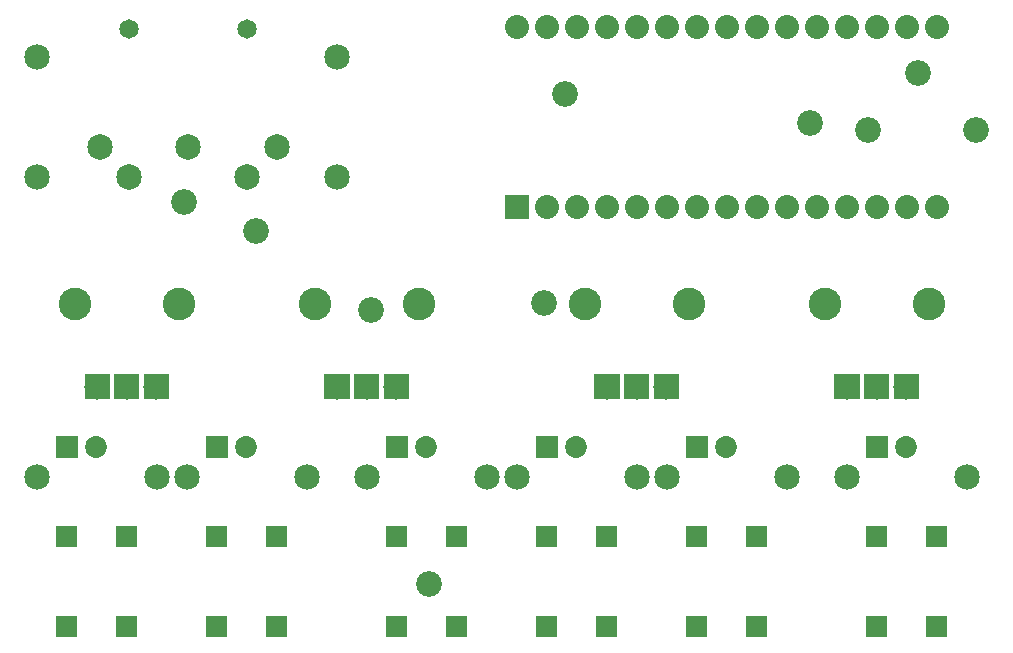
<source format=gbs>
G04 MADE WITH FRITZING*
G04 WWW.FRITZING.ORG*
G04 DOUBLE SIDED*
G04 HOLES PLATED*
G04 CONTOUR ON CENTER OF CONTOUR VECTOR*
%ASAXBY*%
%FSLAX23Y23*%
%MOIN*%
%OFA0B0*%
%SFA1.0B1.0*%
%ADD10C,0.085433*%
%ADD11C,0.080000*%
%ADD12C,0.069370*%
%ADD13C,0.072992*%
%ADD14C,0.084000*%
%ADD15C,0.108740*%
%ADD16C,0.085118*%
%ADD17C,0.065118*%
%ADD18C,0.085000*%
%ADD19R,0.080000X0.079972*%
%ADD20R,0.072992X0.072992*%
%ADD21R,0.001000X0.001000*%
%LNMASK0*%
G90*
G70*
G54D10*
X1834Y1218D03*
X2722Y1818D03*
X2914Y1794D03*
X1906Y1914D03*
X634Y1554D03*
X874Y1458D03*
X1258Y1194D03*
X3082Y1986D03*
X3274Y1794D03*
X1450Y282D03*
G54D11*
X1744Y1538D03*
X1844Y1538D03*
X1944Y1538D03*
X2044Y1538D03*
X2144Y1538D03*
X2244Y1538D03*
X2344Y1538D03*
X2444Y1538D03*
X2544Y1538D03*
X2644Y1538D03*
X2744Y1538D03*
X2844Y1538D03*
X2944Y1538D03*
X3044Y1538D03*
X3144Y1538D03*
X1744Y2138D03*
X1844Y2138D03*
X1944Y2138D03*
X2044Y2138D03*
X2144Y2138D03*
X2244Y2138D03*
X2344Y2138D03*
X2444Y2138D03*
X2544Y2138D03*
X2644Y2138D03*
X2744Y2138D03*
X2844Y2138D03*
X2944Y2138D03*
X3044Y2138D03*
X3144Y2138D03*
G54D12*
X3144Y438D03*
X3144Y138D03*
X2944Y438D03*
X2944Y138D03*
X2544Y438D03*
X2544Y138D03*
X2344Y438D03*
X2344Y138D03*
X2044Y438D03*
X2044Y138D03*
X1844Y438D03*
X1844Y138D03*
X1544Y438D03*
X1544Y138D03*
X1344Y438D03*
X1344Y138D03*
X944Y438D03*
X944Y138D03*
X744Y438D03*
X744Y138D03*
X444Y438D03*
X444Y138D03*
X244Y438D03*
X244Y138D03*
G54D13*
X2944Y738D03*
X3042Y738D03*
X2344Y738D03*
X2442Y738D03*
X1844Y738D03*
X1942Y738D03*
X744Y738D03*
X842Y738D03*
X244Y738D03*
X342Y738D03*
X1344Y738D03*
X1442Y738D03*
G54D14*
X2046Y938D03*
X2144Y938D03*
X2242Y938D03*
G54D15*
X1971Y1214D03*
X2317Y1214D03*
G54D14*
X346Y938D03*
X444Y938D03*
X542Y938D03*
G54D15*
X271Y1214D03*
X617Y1214D03*
G54D14*
X2846Y938D03*
X2944Y938D03*
X3042Y938D03*
G54D15*
X2771Y1214D03*
X3117Y1214D03*
G54D14*
X1146Y938D03*
X1244Y938D03*
X1342Y938D03*
G54D15*
X1071Y1214D03*
X1417Y1214D03*
G54D16*
X648Y1738D03*
X353Y1738D03*
X944Y1738D03*
X844Y1639D03*
X450Y1638D03*
G54D17*
X844Y2131D03*
X450Y2131D03*
G54D18*
X144Y2038D03*
X144Y1638D03*
X144Y638D03*
X544Y638D03*
X644Y638D03*
X1044Y638D03*
X1244Y638D03*
X1644Y638D03*
X1744Y638D03*
X2144Y638D03*
X2244Y638D03*
X2644Y638D03*
X2844Y638D03*
X3244Y638D03*
X1144Y2038D03*
X1144Y1638D03*
G54D19*
X1744Y1538D03*
G54D20*
X2944Y738D03*
X2344Y738D03*
X1844Y738D03*
X744Y738D03*
X244Y738D03*
X1344Y738D03*
G54D21*
X304Y981D02*
X386Y981D01*
X402Y981D02*
X485Y981D01*
X501Y981D02*
X583Y981D01*
X1104Y981D02*
X1186Y981D01*
X1202Y981D02*
X1285Y981D01*
X1300Y981D02*
X1383Y981D01*
X2004Y981D02*
X2086Y981D01*
X2102Y981D02*
X2185Y981D01*
X2200Y981D02*
X2283Y981D01*
X2803Y981D02*
X2886Y981D01*
X2902Y981D02*
X2984Y981D01*
X3000Y981D02*
X3083Y981D01*
X304Y980D02*
X387Y980D01*
X402Y980D02*
X485Y980D01*
X500Y980D02*
X583Y980D01*
X1103Y980D02*
X1186Y980D01*
X1202Y980D02*
X1285Y980D01*
X1300Y980D02*
X1383Y980D01*
X2003Y980D02*
X2086Y980D01*
X2102Y980D02*
X2185Y980D01*
X2200Y980D02*
X2283Y980D01*
X2803Y980D02*
X2886Y980D01*
X2902Y980D02*
X2985Y980D01*
X3000Y980D02*
X3083Y980D01*
X304Y979D02*
X387Y979D01*
X402Y979D02*
X485Y979D01*
X500Y979D02*
X583Y979D01*
X1103Y979D02*
X1186Y979D01*
X1202Y979D02*
X1285Y979D01*
X1300Y979D02*
X1383Y979D01*
X2003Y979D02*
X2086Y979D01*
X2102Y979D02*
X2185Y979D01*
X2200Y979D02*
X2283Y979D01*
X2803Y979D02*
X2886Y979D01*
X2902Y979D02*
X2985Y979D01*
X3000Y979D02*
X3083Y979D01*
X304Y978D02*
X387Y978D01*
X402Y978D02*
X485Y978D01*
X500Y978D02*
X583Y978D01*
X1103Y978D02*
X1186Y978D01*
X1202Y978D02*
X1285Y978D01*
X1300Y978D02*
X1383Y978D01*
X2003Y978D02*
X2086Y978D01*
X2102Y978D02*
X2185Y978D01*
X2200Y978D02*
X2283Y978D01*
X2803Y978D02*
X2886Y978D01*
X2902Y978D02*
X2985Y978D01*
X3000Y978D02*
X3083Y978D01*
X304Y977D02*
X387Y977D01*
X402Y977D02*
X485Y977D01*
X500Y977D02*
X583Y977D01*
X1103Y977D02*
X1186Y977D01*
X1202Y977D02*
X1285Y977D01*
X1300Y977D02*
X1383Y977D01*
X2003Y977D02*
X2086Y977D01*
X2102Y977D02*
X2185Y977D01*
X2200Y977D02*
X2283Y977D01*
X2803Y977D02*
X2886Y977D01*
X2902Y977D02*
X2985Y977D01*
X3000Y977D02*
X3083Y977D01*
X304Y976D02*
X387Y976D01*
X402Y976D02*
X485Y976D01*
X500Y976D02*
X583Y976D01*
X1103Y976D02*
X1186Y976D01*
X1202Y976D02*
X1285Y976D01*
X1300Y976D02*
X1383Y976D01*
X2003Y976D02*
X2086Y976D01*
X2102Y976D02*
X2185Y976D01*
X2200Y976D02*
X2283Y976D01*
X2803Y976D02*
X2886Y976D01*
X2902Y976D02*
X2985Y976D01*
X3000Y976D02*
X3083Y976D01*
X304Y975D02*
X387Y975D01*
X402Y975D02*
X485Y975D01*
X500Y975D02*
X583Y975D01*
X1103Y975D02*
X1186Y975D01*
X1202Y975D02*
X1285Y975D01*
X1300Y975D02*
X1383Y975D01*
X2003Y975D02*
X2086Y975D01*
X2102Y975D02*
X2185Y975D01*
X2200Y975D02*
X2283Y975D01*
X2803Y975D02*
X2886Y975D01*
X2902Y975D02*
X2985Y975D01*
X3000Y975D02*
X3083Y975D01*
X304Y974D02*
X387Y974D01*
X402Y974D02*
X485Y974D01*
X500Y974D02*
X583Y974D01*
X1103Y974D02*
X1186Y974D01*
X1202Y974D02*
X1285Y974D01*
X1300Y974D02*
X1383Y974D01*
X2003Y974D02*
X2086Y974D01*
X2102Y974D02*
X2185Y974D01*
X2200Y974D02*
X2283Y974D01*
X2803Y974D02*
X2886Y974D01*
X2902Y974D02*
X2985Y974D01*
X3000Y974D02*
X3083Y974D01*
X304Y973D02*
X387Y973D01*
X402Y973D02*
X485Y973D01*
X500Y973D02*
X583Y973D01*
X1103Y973D02*
X1186Y973D01*
X1202Y973D02*
X1285Y973D01*
X1300Y973D02*
X1383Y973D01*
X2003Y973D02*
X2086Y973D01*
X2102Y973D02*
X2185Y973D01*
X2200Y973D02*
X2283Y973D01*
X2803Y973D02*
X2886Y973D01*
X2902Y973D02*
X2985Y973D01*
X3000Y973D02*
X3083Y973D01*
X304Y972D02*
X387Y972D01*
X402Y972D02*
X485Y972D01*
X500Y972D02*
X583Y972D01*
X1103Y972D02*
X1186Y972D01*
X1202Y972D02*
X1285Y972D01*
X1300Y972D02*
X1383Y972D01*
X2003Y972D02*
X2086Y972D01*
X2102Y972D02*
X2185Y972D01*
X2200Y972D02*
X2283Y972D01*
X2803Y972D02*
X2886Y972D01*
X2902Y972D02*
X2985Y972D01*
X3000Y972D02*
X3083Y972D01*
X304Y971D02*
X387Y971D01*
X402Y971D02*
X485Y971D01*
X500Y971D02*
X583Y971D01*
X1103Y971D02*
X1186Y971D01*
X1202Y971D02*
X1285Y971D01*
X1300Y971D02*
X1383Y971D01*
X2003Y971D02*
X2086Y971D01*
X2102Y971D02*
X2185Y971D01*
X2200Y971D02*
X2283Y971D01*
X2803Y971D02*
X2886Y971D01*
X2902Y971D02*
X2985Y971D01*
X3000Y971D02*
X3083Y971D01*
X304Y970D02*
X387Y970D01*
X402Y970D02*
X485Y970D01*
X500Y970D02*
X583Y970D01*
X1103Y970D02*
X1186Y970D01*
X1202Y970D02*
X1285Y970D01*
X1300Y970D02*
X1383Y970D01*
X2003Y970D02*
X2086Y970D01*
X2102Y970D02*
X2185Y970D01*
X2200Y970D02*
X2283Y970D01*
X2803Y970D02*
X2886Y970D01*
X2902Y970D02*
X2985Y970D01*
X3000Y970D02*
X3083Y970D01*
X304Y969D02*
X387Y969D01*
X402Y969D02*
X485Y969D01*
X500Y969D02*
X583Y969D01*
X1103Y969D02*
X1186Y969D01*
X1202Y969D02*
X1285Y969D01*
X1300Y969D02*
X1383Y969D01*
X2003Y969D02*
X2086Y969D01*
X2102Y969D02*
X2185Y969D01*
X2200Y969D02*
X2283Y969D01*
X2803Y969D02*
X2886Y969D01*
X2902Y969D02*
X2985Y969D01*
X3000Y969D02*
X3083Y969D01*
X304Y968D02*
X387Y968D01*
X402Y968D02*
X485Y968D01*
X500Y968D02*
X583Y968D01*
X1103Y968D02*
X1186Y968D01*
X1202Y968D02*
X1285Y968D01*
X1300Y968D02*
X1383Y968D01*
X2003Y968D02*
X2086Y968D01*
X2102Y968D02*
X2185Y968D01*
X2200Y968D02*
X2283Y968D01*
X2803Y968D02*
X2886Y968D01*
X2902Y968D02*
X2985Y968D01*
X3000Y968D02*
X3083Y968D01*
X304Y967D02*
X387Y967D01*
X402Y967D02*
X485Y967D01*
X500Y967D02*
X583Y967D01*
X1103Y967D02*
X1186Y967D01*
X1202Y967D02*
X1285Y967D01*
X1300Y967D02*
X1383Y967D01*
X2003Y967D02*
X2086Y967D01*
X2102Y967D02*
X2185Y967D01*
X2200Y967D02*
X2283Y967D01*
X2803Y967D02*
X2886Y967D01*
X2902Y967D02*
X2985Y967D01*
X3000Y967D02*
X3083Y967D01*
X304Y966D02*
X387Y966D01*
X402Y966D02*
X485Y966D01*
X500Y966D02*
X583Y966D01*
X1103Y966D02*
X1186Y966D01*
X1202Y966D02*
X1285Y966D01*
X1300Y966D02*
X1383Y966D01*
X2003Y966D02*
X2086Y966D01*
X2102Y966D02*
X2185Y966D01*
X2200Y966D02*
X2283Y966D01*
X2803Y966D02*
X2886Y966D01*
X2902Y966D02*
X2985Y966D01*
X3000Y966D02*
X3083Y966D01*
X304Y965D02*
X387Y965D01*
X402Y965D02*
X485Y965D01*
X500Y965D02*
X583Y965D01*
X1103Y965D02*
X1186Y965D01*
X1202Y965D02*
X1285Y965D01*
X1300Y965D02*
X1383Y965D01*
X2003Y965D02*
X2086Y965D01*
X2102Y965D02*
X2185Y965D01*
X2200Y965D02*
X2283Y965D01*
X2803Y965D02*
X2886Y965D01*
X2902Y965D02*
X2985Y965D01*
X3000Y965D02*
X3083Y965D01*
X304Y964D02*
X387Y964D01*
X402Y964D02*
X485Y964D01*
X500Y964D02*
X583Y964D01*
X1103Y964D02*
X1186Y964D01*
X1202Y964D02*
X1285Y964D01*
X1300Y964D02*
X1383Y964D01*
X2003Y964D02*
X2086Y964D01*
X2102Y964D02*
X2185Y964D01*
X2200Y964D02*
X2283Y964D01*
X2803Y964D02*
X2886Y964D01*
X2902Y964D02*
X2985Y964D01*
X3000Y964D02*
X3083Y964D01*
X304Y963D02*
X387Y963D01*
X402Y963D02*
X485Y963D01*
X500Y963D02*
X583Y963D01*
X1103Y963D02*
X1186Y963D01*
X1202Y963D02*
X1285Y963D01*
X1300Y963D02*
X1383Y963D01*
X2003Y963D02*
X2086Y963D01*
X2102Y963D02*
X2185Y963D01*
X2200Y963D02*
X2283Y963D01*
X2803Y963D02*
X2886Y963D01*
X2902Y963D02*
X2985Y963D01*
X3000Y963D02*
X3083Y963D01*
X304Y962D02*
X387Y962D01*
X402Y962D02*
X485Y962D01*
X500Y962D02*
X583Y962D01*
X1103Y962D02*
X1186Y962D01*
X1202Y962D02*
X1285Y962D01*
X1300Y962D02*
X1383Y962D01*
X2003Y962D02*
X2086Y962D01*
X2102Y962D02*
X2185Y962D01*
X2200Y962D02*
X2283Y962D01*
X2803Y962D02*
X2886Y962D01*
X2902Y962D02*
X2985Y962D01*
X3000Y962D02*
X3083Y962D01*
X304Y961D02*
X387Y961D01*
X402Y961D02*
X485Y961D01*
X500Y961D02*
X583Y961D01*
X1103Y961D02*
X1186Y961D01*
X1202Y961D02*
X1285Y961D01*
X1300Y961D02*
X1383Y961D01*
X2003Y961D02*
X2086Y961D01*
X2102Y961D02*
X2185Y961D01*
X2200Y961D02*
X2283Y961D01*
X2803Y961D02*
X2886Y961D01*
X2902Y961D02*
X2985Y961D01*
X3000Y961D02*
X3083Y961D01*
X304Y960D02*
X387Y960D01*
X402Y960D02*
X485Y960D01*
X500Y960D02*
X583Y960D01*
X1103Y960D02*
X1186Y960D01*
X1202Y960D02*
X1285Y960D01*
X1300Y960D02*
X1383Y960D01*
X2003Y960D02*
X2086Y960D01*
X2102Y960D02*
X2185Y960D01*
X2200Y960D02*
X2283Y960D01*
X2803Y960D02*
X2886Y960D01*
X2902Y960D02*
X2985Y960D01*
X3000Y960D02*
X3083Y960D01*
X304Y959D02*
X387Y959D01*
X402Y959D02*
X485Y959D01*
X500Y959D02*
X583Y959D01*
X1103Y959D02*
X1186Y959D01*
X1202Y959D02*
X1285Y959D01*
X1300Y959D02*
X1383Y959D01*
X2003Y959D02*
X2086Y959D01*
X2102Y959D02*
X2185Y959D01*
X2200Y959D02*
X2283Y959D01*
X2803Y959D02*
X2886Y959D01*
X2902Y959D02*
X2985Y959D01*
X3000Y959D02*
X3083Y959D01*
X304Y958D02*
X387Y958D01*
X402Y958D02*
X485Y958D01*
X500Y958D02*
X583Y958D01*
X1103Y958D02*
X1186Y958D01*
X1202Y958D02*
X1285Y958D01*
X1300Y958D02*
X1383Y958D01*
X2003Y958D02*
X2086Y958D01*
X2102Y958D02*
X2185Y958D01*
X2200Y958D02*
X2283Y958D01*
X2803Y958D02*
X2886Y958D01*
X2902Y958D02*
X2985Y958D01*
X3000Y958D02*
X3083Y958D01*
X304Y957D02*
X387Y957D01*
X402Y957D02*
X485Y957D01*
X500Y957D02*
X583Y957D01*
X1103Y957D02*
X1186Y957D01*
X1202Y957D02*
X1285Y957D01*
X1300Y957D02*
X1383Y957D01*
X2003Y957D02*
X2086Y957D01*
X2102Y957D02*
X2185Y957D01*
X2200Y957D02*
X2283Y957D01*
X2803Y957D02*
X2886Y957D01*
X2902Y957D02*
X2985Y957D01*
X3000Y957D02*
X3083Y957D01*
X304Y956D02*
X387Y956D01*
X402Y956D02*
X485Y956D01*
X500Y956D02*
X583Y956D01*
X1103Y956D02*
X1186Y956D01*
X1202Y956D02*
X1285Y956D01*
X1300Y956D02*
X1383Y956D01*
X2003Y956D02*
X2086Y956D01*
X2102Y956D02*
X2185Y956D01*
X2200Y956D02*
X2283Y956D01*
X2803Y956D02*
X2886Y956D01*
X2902Y956D02*
X2985Y956D01*
X3000Y956D02*
X3083Y956D01*
X304Y955D02*
X387Y955D01*
X402Y955D02*
X485Y955D01*
X500Y955D02*
X583Y955D01*
X1103Y955D02*
X1186Y955D01*
X1202Y955D02*
X1285Y955D01*
X1300Y955D02*
X1383Y955D01*
X2003Y955D02*
X2086Y955D01*
X2102Y955D02*
X2185Y955D01*
X2200Y955D02*
X2283Y955D01*
X2803Y955D02*
X2886Y955D01*
X2902Y955D02*
X2985Y955D01*
X3000Y955D02*
X3083Y955D01*
X304Y954D02*
X387Y954D01*
X402Y954D02*
X485Y954D01*
X500Y954D02*
X583Y954D01*
X1103Y954D02*
X1186Y954D01*
X1202Y954D02*
X1285Y954D01*
X1300Y954D02*
X1383Y954D01*
X2003Y954D02*
X2086Y954D01*
X2102Y954D02*
X2185Y954D01*
X2200Y954D02*
X2283Y954D01*
X2803Y954D02*
X2886Y954D01*
X2902Y954D02*
X2985Y954D01*
X3000Y954D02*
X3083Y954D01*
X304Y953D02*
X339Y953D01*
X351Y953D02*
X387Y953D01*
X402Y953D02*
X438Y953D01*
X449Y953D02*
X485Y953D01*
X500Y953D02*
X536Y953D01*
X548Y953D02*
X583Y953D01*
X1103Y953D02*
X1139Y953D01*
X1151Y953D02*
X1186Y953D01*
X1202Y953D02*
X1238Y953D01*
X1249Y953D02*
X1285Y953D01*
X1300Y953D02*
X1336Y953D01*
X1347Y953D02*
X1383Y953D01*
X2003Y953D02*
X2039Y953D01*
X2051Y953D02*
X2086Y953D01*
X2102Y953D02*
X2138Y953D01*
X2149Y953D02*
X2185Y953D01*
X2200Y953D02*
X2236Y953D01*
X2247Y953D02*
X2283Y953D01*
X2803Y953D02*
X2839Y953D01*
X2850Y953D02*
X2886Y953D01*
X2902Y953D02*
X2937Y953D01*
X2949Y953D02*
X2985Y953D01*
X3000Y953D02*
X3036Y953D01*
X3047Y953D02*
X3083Y953D01*
X304Y952D02*
X337Y952D01*
X353Y952D02*
X387Y952D01*
X402Y952D02*
X436Y952D01*
X451Y952D02*
X485Y952D01*
X500Y952D02*
X534Y952D01*
X550Y952D02*
X583Y952D01*
X1103Y952D02*
X1137Y952D01*
X1153Y952D02*
X1186Y952D01*
X1202Y952D02*
X1236Y952D01*
X1251Y952D02*
X1285Y952D01*
X1300Y952D02*
X1334Y952D01*
X1350Y952D02*
X1383Y952D01*
X2003Y952D02*
X2037Y952D01*
X2053Y952D02*
X2086Y952D01*
X2102Y952D02*
X2136Y952D01*
X2151Y952D02*
X2185Y952D01*
X2200Y952D02*
X2234Y952D01*
X2249Y952D02*
X2283Y952D01*
X2803Y952D02*
X2837Y952D01*
X2853Y952D02*
X2886Y952D01*
X2902Y952D02*
X2935Y952D01*
X2951Y952D02*
X2985Y952D01*
X3000Y952D02*
X3034Y952D01*
X3049Y952D02*
X3083Y952D01*
X304Y951D02*
X336Y951D01*
X354Y951D02*
X387Y951D01*
X402Y951D02*
X434Y951D01*
X453Y951D02*
X485Y951D01*
X500Y951D02*
X533Y951D01*
X551Y951D02*
X583Y951D01*
X1103Y951D02*
X1136Y951D01*
X1154Y951D02*
X1186Y951D01*
X1202Y951D02*
X1234Y951D01*
X1253Y951D02*
X1285Y951D01*
X1300Y951D02*
X1333Y951D01*
X1351Y951D02*
X1383Y951D01*
X2003Y951D02*
X2036Y951D01*
X2054Y951D02*
X2086Y951D01*
X2102Y951D02*
X2134Y951D01*
X2152Y951D02*
X2185Y951D01*
X2200Y951D02*
X2232Y951D01*
X2251Y951D02*
X2283Y951D01*
X2803Y951D02*
X2836Y951D01*
X2854Y951D02*
X2886Y951D01*
X2902Y951D02*
X2934Y951D01*
X2952Y951D02*
X2985Y951D01*
X3000Y951D02*
X3032Y951D01*
X3051Y951D02*
X3083Y951D01*
X304Y950D02*
X335Y950D01*
X355Y950D02*
X387Y950D01*
X402Y950D02*
X433Y950D01*
X454Y950D02*
X485Y950D01*
X500Y950D02*
X531Y950D01*
X552Y950D02*
X583Y950D01*
X1103Y950D02*
X1135Y950D01*
X1155Y950D02*
X1186Y950D01*
X1202Y950D02*
X1233Y950D01*
X1254Y950D02*
X1285Y950D01*
X1300Y950D02*
X1331Y950D01*
X1352Y950D02*
X1383Y950D01*
X2003Y950D02*
X2034Y950D01*
X2055Y950D02*
X2086Y950D01*
X2102Y950D02*
X2133Y950D01*
X2154Y950D02*
X2185Y950D01*
X2200Y950D02*
X2231Y950D01*
X2252Y950D02*
X2283Y950D01*
X2803Y950D02*
X2834Y950D01*
X2855Y950D02*
X2886Y950D01*
X2902Y950D02*
X2933Y950D01*
X2954Y950D02*
X2985Y950D01*
X3000Y950D02*
X3031Y950D01*
X3052Y950D02*
X3083Y950D01*
X304Y949D02*
X334Y949D01*
X356Y949D02*
X387Y949D01*
X402Y949D02*
X432Y949D01*
X455Y949D02*
X485Y949D01*
X500Y949D02*
X530Y949D01*
X553Y949D02*
X583Y949D01*
X1103Y949D02*
X1134Y949D01*
X1156Y949D02*
X1186Y949D01*
X1202Y949D02*
X1232Y949D01*
X1255Y949D02*
X1285Y949D01*
X1300Y949D02*
X1330Y949D01*
X1353Y949D02*
X1383Y949D01*
X2003Y949D02*
X2033Y949D01*
X2056Y949D02*
X2086Y949D01*
X2102Y949D02*
X2132Y949D01*
X2155Y949D02*
X2185Y949D01*
X2200Y949D02*
X2230Y949D01*
X2253Y949D02*
X2283Y949D01*
X2803Y949D02*
X2833Y949D01*
X2856Y949D02*
X2886Y949D01*
X2902Y949D02*
X2932Y949D01*
X2955Y949D02*
X2985Y949D01*
X3000Y949D02*
X3030Y949D01*
X3053Y949D02*
X3083Y949D01*
X304Y948D02*
X333Y948D01*
X357Y948D02*
X387Y948D01*
X402Y948D02*
X431Y948D01*
X456Y948D02*
X485Y948D01*
X500Y948D02*
X530Y948D01*
X554Y948D02*
X583Y948D01*
X1103Y948D02*
X1133Y948D01*
X1157Y948D02*
X1186Y948D01*
X1202Y948D02*
X1231Y948D01*
X1256Y948D02*
X1285Y948D01*
X1300Y948D02*
X1330Y948D01*
X1354Y948D02*
X1383Y948D01*
X2003Y948D02*
X2033Y948D01*
X2057Y948D02*
X2086Y948D01*
X2102Y948D02*
X2131Y948D01*
X2155Y948D02*
X2185Y948D01*
X2200Y948D02*
X2229Y948D01*
X2254Y948D02*
X2283Y948D01*
X2803Y948D02*
X2833Y948D01*
X2857Y948D02*
X2886Y948D01*
X2902Y948D02*
X2931Y948D01*
X2955Y948D02*
X2985Y948D01*
X3000Y948D02*
X3029Y948D01*
X3054Y948D02*
X3083Y948D01*
X304Y947D02*
X332Y947D01*
X358Y947D02*
X387Y947D01*
X402Y947D02*
X430Y947D01*
X456Y947D02*
X485Y947D01*
X500Y947D02*
X529Y947D01*
X555Y947D02*
X583Y947D01*
X1103Y947D02*
X1132Y947D01*
X1158Y947D02*
X1186Y947D01*
X1202Y947D02*
X1230Y947D01*
X1256Y947D02*
X1285Y947D01*
X1300Y947D02*
X1329Y947D01*
X1355Y947D02*
X1383Y947D01*
X2003Y947D02*
X2032Y947D01*
X2058Y947D02*
X2086Y947D01*
X2102Y947D02*
X2130Y947D01*
X2156Y947D02*
X2185Y947D01*
X2200Y947D02*
X2229Y947D01*
X2255Y947D02*
X2283Y947D01*
X2803Y947D02*
X2832Y947D01*
X2858Y947D02*
X2886Y947D01*
X2902Y947D02*
X2930Y947D01*
X2956Y947D02*
X2985Y947D01*
X3000Y947D02*
X3029Y947D01*
X3055Y947D02*
X3083Y947D01*
X304Y946D02*
X331Y946D01*
X359Y946D02*
X387Y946D01*
X402Y946D02*
X430Y946D01*
X457Y946D02*
X485Y946D01*
X500Y946D02*
X528Y946D01*
X555Y946D02*
X583Y946D01*
X1103Y946D02*
X1131Y946D01*
X1158Y946D02*
X1186Y946D01*
X1202Y946D02*
X1230Y946D01*
X1257Y946D02*
X1285Y946D01*
X1300Y946D02*
X1328Y946D01*
X1355Y946D02*
X1383Y946D01*
X2003Y946D02*
X2031Y946D01*
X2058Y946D02*
X2086Y946D01*
X2102Y946D02*
X2130Y946D01*
X2157Y946D02*
X2185Y946D01*
X2200Y946D02*
X2228Y946D01*
X2255Y946D02*
X2283Y946D01*
X2803Y946D02*
X2831Y946D01*
X2858Y946D02*
X2886Y946D01*
X2902Y946D02*
X2930Y946D01*
X2957Y946D02*
X2985Y946D01*
X3000Y946D02*
X3028Y946D01*
X3055Y946D02*
X3083Y946D01*
X304Y945D02*
X331Y945D01*
X359Y945D02*
X387Y945D01*
X402Y945D02*
X429Y945D01*
X458Y945D02*
X485Y945D01*
X500Y945D02*
X528Y945D01*
X556Y945D02*
X583Y945D01*
X1103Y945D02*
X1131Y945D01*
X1159Y945D02*
X1186Y945D01*
X1202Y945D02*
X1229Y945D01*
X1257Y945D02*
X1285Y945D01*
X1300Y945D02*
X1328Y945D01*
X1356Y945D02*
X1383Y945D01*
X2003Y945D02*
X2031Y945D01*
X2059Y945D02*
X2086Y945D01*
X2102Y945D02*
X2129Y945D01*
X2157Y945D02*
X2185Y945D01*
X2200Y945D02*
X2228Y945D01*
X2256Y945D02*
X2283Y945D01*
X2803Y945D02*
X2831Y945D01*
X2859Y945D02*
X2886Y945D01*
X2902Y945D02*
X2929Y945D01*
X2957Y945D02*
X2985Y945D01*
X3000Y945D02*
X3028Y945D01*
X3056Y945D02*
X3083Y945D01*
X304Y944D02*
X331Y944D01*
X359Y944D02*
X387Y944D01*
X402Y944D02*
X429Y944D01*
X458Y944D02*
X485Y944D01*
X500Y944D02*
X527Y944D01*
X556Y944D02*
X583Y944D01*
X1103Y944D02*
X1131Y944D01*
X1159Y944D02*
X1186Y944D01*
X1202Y944D02*
X1229Y944D01*
X1258Y944D02*
X1285Y944D01*
X1300Y944D02*
X1327Y944D01*
X1356Y944D02*
X1383Y944D01*
X2003Y944D02*
X2030Y944D01*
X2059Y944D02*
X2086Y944D01*
X2102Y944D02*
X2129Y944D01*
X2158Y944D02*
X2185Y944D01*
X2200Y944D02*
X2227Y944D01*
X2256Y944D02*
X2283Y944D01*
X2803Y944D02*
X2830Y944D01*
X2859Y944D02*
X2886Y944D01*
X2902Y944D02*
X2929Y944D01*
X2958Y944D02*
X2985Y944D01*
X3000Y944D02*
X3027Y944D01*
X3056Y944D02*
X3083Y944D01*
X304Y943D02*
X330Y943D01*
X360Y943D02*
X387Y943D01*
X402Y943D02*
X429Y943D01*
X458Y943D02*
X485Y943D01*
X500Y943D02*
X527Y943D01*
X557Y943D02*
X583Y943D01*
X1103Y943D02*
X1130Y943D01*
X1160Y943D02*
X1186Y943D01*
X1202Y943D02*
X1229Y943D01*
X1258Y943D02*
X1285Y943D01*
X1300Y943D02*
X1327Y943D01*
X1356Y943D02*
X1383Y943D01*
X2003Y943D02*
X2030Y943D01*
X2060Y943D02*
X2086Y943D01*
X2102Y943D02*
X2129Y943D01*
X2158Y943D02*
X2185Y943D01*
X2200Y943D02*
X2227Y943D01*
X2256Y943D02*
X2283Y943D01*
X2803Y943D02*
X2830Y943D01*
X2859Y943D02*
X2886Y943D01*
X2902Y943D02*
X2928Y943D01*
X2958Y943D02*
X2985Y943D01*
X3000Y943D02*
X3027Y943D01*
X3056Y943D02*
X3083Y943D01*
X304Y942D02*
X330Y942D01*
X360Y942D02*
X387Y942D01*
X402Y942D02*
X428Y942D01*
X458Y942D02*
X485Y942D01*
X500Y942D02*
X527Y942D01*
X557Y942D02*
X583Y942D01*
X1103Y942D02*
X1130Y942D01*
X1160Y942D02*
X1186Y942D01*
X1202Y942D02*
X1228Y942D01*
X1258Y942D02*
X1285Y942D01*
X1300Y942D02*
X1327Y942D01*
X1357Y942D02*
X1383Y942D01*
X2003Y942D02*
X2030Y942D01*
X2060Y942D02*
X2086Y942D01*
X2102Y942D02*
X2128Y942D01*
X2158Y942D02*
X2185Y942D01*
X2200Y942D02*
X2227Y942D01*
X2257Y942D02*
X2283Y942D01*
X2803Y942D02*
X2830Y942D01*
X2860Y942D02*
X2886Y942D01*
X2902Y942D02*
X2928Y942D01*
X2958Y942D02*
X2985Y942D01*
X3000Y942D02*
X3027Y942D01*
X3057Y942D02*
X3083Y942D01*
X304Y941D02*
X330Y941D01*
X360Y941D02*
X387Y941D01*
X402Y941D02*
X428Y941D01*
X458Y941D02*
X485Y941D01*
X500Y941D02*
X527Y941D01*
X557Y941D02*
X583Y941D01*
X1103Y941D02*
X1130Y941D01*
X1160Y941D02*
X1186Y941D01*
X1202Y941D02*
X1228Y941D01*
X1258Y941D02*
X1285Y941D01*
X1300Y941D02*
X1327Y941D01*
X1357Y941D02*
X1383Y941D01*
X2003Y941D02*
X2030Y941D01*
X2060Y941D02*
X2086Y941D01*
X2102Y941D02*
X2128Y941D01*
X2158Y941D02*
X2185Y941D01*
X2200Y941D02*
X2227Y941D01*
X2257Y941D02*
X2283Y941D01*
X2803Y941D02*
X2830Y941D01*
X2860Y941D02*
X2886Y941D01*
X2902Y941D02*
X2928Y941D01*
X2958Y941D02*
X2985Y941D01*
X3000Y941D02*
X3027Y941D01*
X3057Y941D02*
X3083Y941D01*
X304Y940D02*
X330Y940D01*
X360Y940D02*
X387Y940D01*
X402Y940D02*
X428Y940D01*
X459Y940D02*
X485Y940D01*
X500Y940D02*
X527Y940D01*
X557Y940D02*
X583Y940D01*
X1103Y940D02*
X1130Y940D01*
X1160Y940D02*
X1186Y940D01*
X1202Y940D02*
X1228Y940D01*
X1258Y940D02*
X1285Y940D01*
X1300Y940D02*
X1327Y940D01*
X1357Y940D02*
X1383Y940D01*
X2003Y940D02*
X2030Y940D01*
X2060Y940D02*
X2086Y940D01*
X2102Y940D02*
X2128Y940D01*
X2158Y940D02*
X2185Y940D01*
X2200Y940D02*
X2227Y940D01*
X2257Y940D02*
X2283Y940D01*
X2803Y940D02*
X2830Y940D01*
X2860Y940D02*
X2886Y940D01*
X2902Y940D02*
X2928Y940D01*
X2958Y940D02*
X2985Y940D01*
X3000Y940D02*
X3026Y940D01*
X3057Y940D02*
X3083Y940D01*
X304Y939D02*
X330Y939D01*
X360Y939D02*
X387Y939D01*
X402Y939D02*
X428Y939D01*
X459Y939D02*
X485Y939D01*
X500Y939D02*
X527Y939D01*
X557Y939D02*
X583Y939D01*
X1103Y939D02*
X1130Y939D01*
X1160Y939D02*
X1186Y939D01*
X1202Y939D02*
X1228Y939D01*
X1259Y939D02*
X1285Y939D01*
X1300Y939D02*
X1327Y939D01*
X1357Y939D02*
X1383Y939D01*
X2003Y939D02*
X2030Y939D01*
X2060Y939D02*
X2086Y939D01*
X2102Y939D02*
X2128Y939D01*
X2158Y939D02*
X2185Y939D01*
X2200Y939D02*
X2227Y939D01*
X2257Y939D02*
X2283Y939D01*
X2803Y939D02*
X2830Y939D01*
X2860Y939D02*
X2886Y939D01*
X2902Y939D02*
X2928Y939D01*
X2958Y939D02*
X2985Y939D01*
X3000Y939D02*
X3026Y939D01*
X3057Y939D02*
X3083Y939D01*
X304Y938D02*
X330Y938D01*
X360Y938D02*
X387Y938D01*
X402Y938D02*
X428Y938D01*
X459Y938D02*
X485Y938D01*
X500Y938D02*
X527Y938D01*
X557Y938D02*
X583Y938D01*
X1103Y938D02*
X1130Y938D01*
X1160Y938D02*
X1186Y938D01*
X1202Y938D02*
X1228Y938D01*
X1258Y938D02*
X1285Y938D01*
X1300Y938D02*
X1327Y938D01*
X1357Y938D02*
X1383Y938D01*
X2003Y938D02*
X2030Y938D01*
X2060Y938D02*
X2086Y938D01*
X2102Y938D02*
X2128Y938D01*
X2158Y938D02*
X2185Y938D01*
X2200Y938D02*
X2227Y938D01*
X2257Y938D02*
X2283Y938D01*
X2803Y938D02*
X2830Y938D01*
X2860Y938D02*
X2886Y938D01*
X2902Y938D02*
X2928Y938D01*
X2958Y938D02*
X2985Y938D01*
X3000Y938D02*
X3027Y938D01*
X3057Y938D02*
X3083Y938D01*
X304Y937D02*
X330Y937D01*
X360Y937D02*
X387Y937D01*
X402Y937D02*
X428Y937D01*
X458Y937D02*
X485Y937D01*
X500Y937D02*
X527Y937D01*
X557Y937D02*
X583Y937D01*
X1103Y937D02*
X1130Y937D01*
X1160Y937D02*
X1186Y937D01*
X1202Y937D02*
X1228Y937D01*
X1258Y937D02*
X1285Y937D01*
X1300Y937D02*
X1327Y937D01*
X1357Y937D02*
X1383Y937D01*
X2003Y937D02*
X2030Y937D01*
X2060Y937D02*
X2086Y937D01*
X2102Y937D02*
X2128Y937D01*
X2158Y937D02*
X2185Y937D01*
X2200Y937D02*
X2227Y937D01*
X2257Y937D02*
X2283Y937D01*
X2803Y937D02*
X2830Y937D01*
X2860Y937D02*
X2886Y937D01*
X2902Y937D02*
X2928Y937D01*
X2958Y937D02*
X2985Y937D01*
X3000Y937D02*
X3027Y937D01*
X3057Y937D02*
X3083Y937D01*
X304Y936D02*
X330Y936D01*
X360Y936D02*
X387Y936D01*
X402Y936D02*
X429Y936D01*
X458Y936D02*
X485Y936D01*
X500Y936D02*
X527Y936D01*
X557Y936D02*
X583Y936D01*
X1103Y936D02*
X1130Y936D01*
X1160Y936D02*
X1186Y936D01*
X1202Y936D02*
X1229Y936D01*
X1258Y936D02*
X1285Y936D01*
X1300Y936D02*
X1327Y936D01*
X1357Y936D02*
X1383Y936D01*
X2003Y936D02*
X2030Y936D01*
X2060Y936D02*
X2086Y936D01*
X2102Y936D02*
X2128Y936D01*
X2158Y936D02*
X2185Y936D01*
X2200Y936D02*
X2227Y936D01*
X2257Y936D02*
X2283Y936D01*
X2803Y936D02*
X2830Y936D01*
X2860Y936D02*
X2886Y936D01*
X2902Y936D02*
X2928Y936D01*
X2958Y936D02*
X2985Y936D01*
X3000Y936D02*
X3027Y936D01*
X3056Y936D02*
X3083Y936D01*
X304Y935D02*
X330Y935D01*
X360Y935D02*
X387Y935D01*
X402Y935D02*
X429Y935D01*
X458Y935D02*
X485Y935D01*
X500Y935D02*
X527Y935D01*
X556Y935D02*
X583Y935D01*
X1103Y935D02*
X1130Y935D01*
X1160Y935D02*
X1186Y935D01*
X1202Y935D02*
X1229Y935D01*
X1258Y935D02*
X1285Y935D01*
X1300Y935D02*
X1327Y935D01*
X1356Y935D02*
X1383Y935D01*
X2003Y935D02*
X2030Y935D01*
X2059Y935D02*
X2086Y935D01*
X2102Y935D02*
X2129Y935D01*
X2158Y935D02*
X2185Y935D01*
X2200Y935D02*
X2227Y935D01*
X2256Y935D02*
X2283Y935D01*
X2803Y935D02*
X2830Y935D01*
X2859Y935D02*
X2886Y935D01*
X2902Y935D02*
X2929Y935D01*
X2958Y935D02*
X2985Y935D01*
X3000Y935D02*
X3027Y935D01*
X3056Y935D02*
X3083Y935D01*
X304Y934D02*
X331Y934D01*
X359Y934D02*
X387Y934D01*
X402Y934D02*
X429Y934D01*
X458Y934D02*
X485Y934D01*
X500Y934D02*
X528Y934D01*
X556Y934D02*
X583Y934D01*
X1103Y934D02*
X1131Y934D01*
X1159Y934D02*
X1186Y934D01*
X1202Y934D02*
X1229Y934D01*
X1258Y934D02*
X1285Y934D01*
X1300Y934D02*
X1327Y934D01*
X1356Y934D02*
X1383Y934D01*
X2003Y934D02*
X2031Y934D01*
X2059Y934D02*
X2086Y934D01*
X2102Y934D02*
X2129Y934D01*
X2158Y934D02*
X2185Y934D01*
X2200Y934D02*
X2227Y934D01*
X2256Y934D02*
X2283Y934D01*
X2803Y934D02*
X2830Y934D01*
X2859Y934D02*
X2886Y934D01*
X2902Y934D02*
X2929Y934D01*
X2957Y934D02*
X2985Y934D01*
X3000Y934D02*
X3027Y934D01*
X3056Y934D02*
X3083Y934D01*
X304Y933D02*
X331Y933D01*
X359Y933D02*
X387Y933D01*
X402Y933D02*
X430Y933D01*
X457Y933D02*
X485Y933D01*
X500Y933D02*
X528Y933D01*
X556Y933D02*
X583Y933D01*
X1103Y933D02*
X1131Y933D01*
X1159Y933D02*
X1186Y933D01*
X1202Y933D02*
X1230Y933D01*
X1257Y933D02*
X1285Y933D01*
X1300Y933D02*
X1328Y933D01*
X1356Y933D02*
X1383Y933D01*
X2003Y933D02*
X2031Y933D01*
X2059Y933D02*
X2086Y933D01*
X2102Y933D02*
X2129Y933D01*
X2157Y933D02*
X2185Y933D01*
X2200Y933D02*
X2228Y933D01*
X2256Y933D02*
X2283Y933D01*
X2803Y933D02*
X2831Y933D01*
X2859Y933D02*
X2886Y933D01*
X2902Y933D02*
X2929Y933D01*
X2957Y933D02*
X2985Y933D01*
X3000Y933D02*
X3028Y933D01*
X3055Y933D02*
X3083Y933D01*
X304Y932D02*
X332Y932D01*
X358Y932D02*
X387Y932D01*
X402Y932D02*
X430Y932D01*
X457Y932D02*
X485Y932D01*
X500Y932D02*
X529Y932D01*
X555Y932D02*
X583Y932D01*
X1103Y932D02*
X1132Y932D01*
X1158Y932D02*
X1186Y932D01*
X1202Y932D02*
X1230Y932D01*
X1257Y932D02*
X1285Y932D01*
X1300Y932D02*
X1328Y932D01*
X1355Y932D02*
X1383Y932D01*
X2003Y932D02*
X2032Y932D01*
X2058Y932D02*
X2086Y932D01*
X2102Y932D02*
X2130Y932D01*
X2157Y932D02*
X2185Y932D01*
X2200Y932D02*
X2228Y932D01*
X2255Y932D02*
X2283Y932D01*
X2803Y932D02*
X2831Y932D01*
X2858Y932D02*
X2886Y932D01*
X2902Y932D02*
X2930Y932D01*
X2956Y932D02*
X2985Y932D01*
X3000Y932D02*
X3028Y932D01*
X3055Y932D02*
X3083Y932D01*
X304Y931D02*
X332Y931D01*
X358Y931D02*
X387Y931D01*
X402Y931D02*
X431Y931D01*
X456Y931D02*
X485Y931D01*
X500Y931D02*
X529Y931D01*
X555Y931D02*
X583Y931D01*
X1103Y931D02*
X1132Y931D01*
X1158Y931D02*
X1186Y931D01*
X1202Y931D02*
X1231Y931D01*
X1256Y931D02*
X1285Y931D01*
X1300Y931D02*
X1329Y931D01*
X1354Y931D02*
X1383Y931D01*
X2003Y931D02*
X2032Y931D01*
X2058Y931D02*
X2086Y931D01*
X2102Y931D02*
X2131Y931D01*
X2156Y931D02*
X2185Y931D01*
X2200Y931D02*
X2229Y931D01*
X2254Y931D02*
X2283Y931D01*
X2803Y931D02*
X2832Y931D01*
X2857Y931D02*
X2886Y931D01*
X2902Y931D02*
X2930Y931D01*
X2956Y931D02*
X2985Y931D01*
X3000Y931D02*
X3029Y931D01*
X3054Y931D02*
X3083Y931D01*
X304Y930D02*
X333Y930D01*
X357Y930D02*
X387Y930D01*
X402Y930D02*
X432Y930D01*
X455Y930D02*
X485Y930D01*
X500Y930D02*
X530Y930D01*
X554Y930D02*
X583Y930D01*
X1103Y930D02*
X1133Y930D01*
X1157Y930D02*
X1186Y930D01*
X1202Y930D02*
X1231Y930D01*
X1255Y930D02*
X1285Y930D01*
X1300Y930D02*
X1330Y930D01*
X1354Y930D02*
X1383Y930D01*
X2003Y930D02*
X2033Y930D01*
X2057Y930D02*
X2086Y930D01*
X2102Y930D02*
X2131Y930D01*
X2155Y930D02*
X2185Y930D01*
X2200Y930D02*
X2230Y930D01*
X2254Y930D02*
X2283Y930D01*
X2803Y930D02*
X2833Y930D01*
X2857Y930D02*
X2886Y930D01*
X2902Y930D02*
X2931Y930D01*
X2955Y930D02*
X2985Y930D01*
X3000Y930D02*
X3030Y930D01*
X3053Y930D02*
X3083Y930D01*
X304Y929D02*
X334Y929D01*
X356Y929D02*
X387Y929D01*
X402Y929D02*
X432Y929D01*
X454Y929D02*
X485Y929D01*
X500Y929D02*
X531Y929D01*
X553Y929D02*
X583Y929D01*
X1103Y929D02*
X1134Y929D01*
X1156Y929D02*
X1186Y929D01*
X1202Y929D02*
X1232Y929D01*
X1254Y929D02*
X1285Y929D01*
X1300Y929D02*
X1331Y929D01*
X1353Y929D02*
X1383Y929D01*
X2003Y929D02*
X2034Y929D01*
X2056Y929D02*
X2086Y929D01*
X2102Y929D02*
X2132Y929D01*
X2154Y929D02*
X2185Y929D01*
X2200Y929D02*
X2231Y929D01*
X2253Y929D02*
X2283Y929D01*
X2803Y929D02*
X2834Y929D01*
X2856Y929D02*
X2886Y929D01*
X2902Y929D02*
X2932Y929D01*
X2954Y929D02*
X2985Y929D01*
X3000Y929D02*
X3031Y929D01*
X3053Y929D02*
X3083Y929D01*
X304Y928D02*
X335Y928D01*
X355Y928D02*
X387Y928D01*
X402Y928D02*
X434Y928D01*
X453Y928D02*
X485Y928D01*
X500Y928D02*
X532Y928D01*
X552Y928D02*
X583Y928D01*
X1103Y928D02*
X1135Y928D01*
X1155Y928D02*
X1186Y928D01*
X1202Y928D02*
X1233Y928D01*
X1253Y928D02*
X1285Y928D01*
X1300Y928D02*
X1332Y928D01*
X1352Y928D02*
X1383Y928D01*
X2003Y928D02*
X2035Y928D01*
X2055Y928D02*
X2086Y928D01*
X2102Y928D02*
X2133Y928D01*
X2153Y928D02*
X2185Y928D01*
X2200Y928D02*
X2232Y928D01*
X2252Y928D02*
X2283Y928D01*
X2803Y928D02*
X2835Y928D01*
X2855Y928D02*
X2886Y928D01*
X2902Y928D02*
X2933Y928D01*
X2953Y928D02*
X2985Y928D01*
X3000Y928D02*
X3032Y928D01*
X3051Y928D02*
X3083Y928D01*
X304Y927D02*
X336Y927D01*
X354Y927D02*
X387Y927D01*
X402Y927D02*
X435Y927D01*
X452Y927D02*
X485Y927D01*
X500Y927D02*
X533Y927D01*
X551Y927D02*
X583Y927D01*
X1103Y927D02*
X1136Y927D01*
X1154Y927D02*
X1186Y927D01*
X1202Y927D02*
X1235Y927D01*
X1252Y927D02*
X1285Y927D01*
X1300Y927D02*
X1333Y927D01*
X1350Y927D02*
X1383Y927D01*
X2003Y927D02*
X2036Y927D01*
X2054Y927D02*
X2086Y927D01*
X2102Y927D02*
X2135Y927D01*
X2152Y927D02*
X2185Y927D01*
X2200Y927D02*
X2233Y927D01*
X2250Y927D02*
X2283Y927D01*
X2803Y927D02*
X2836Y927D01*
X2853Y927D02*
X2886Y927D01*
X2902Y927D02*
X2934Y927D01*
X2952Y927D02*
X2985Y927D01*
X3000Y927D02*
X3033Y927D01*
X3050Y927D02*
X3083Y927D01*
X304Y926D02*
X338Y926D01*
X352Y926D02*
X387Y926D01*
X402Y926D02*
X437Y926D01*
X450Y926D02*
X485Y926D01*
X500Y926D02*
X535Y926D01*
X549Y926D02*
X583Y926D01*
X1103Y926D02*
X1138Y926D01*
X1152Y926D02*
X1186Y926D01*
X1202Y926D02*
X1236Y926D01*
X1250Y926D02*
X1285Y926D01*
X1300Y926D02*
X1335Y926D01*
X1349Y926D02*
X1383Y926D01*
X2003Y926D02*
X2038Y926D01*
X2052Y926D02*
X2086Y926D01*
X2102Y926D02*
X2136Y926D01*
X2150Y926D02*
X2185Y926D01*
X2200Y926D02*
X2235Y926D01*
X2249Y926D02*
X2283Y926D01*
X2803Y926D02*
X2838Y926D01*
X2852Y926D02*
X2886Y926D01*
X2902Y926D02*
X2936Y926D01*
X2950Y926D02*
X2985Y926D01*
X3000Y926D02*
X3035Y926D01*
X3049Y926D02*
X3083Y926D01*
X304Y925D02*
X341Y925D01*
X349Y925D02*
X387Y925D01*
X402Y925D02*
X439Y925D01*
X448Y925D02*
X485Y925D01*
X500Y925D02*
X538Y925D01*
X546Y925D02*
X583Y925D01*
X1103Y925D02*
X1141Y925D01*
X1149Y925D02*
X1186Y925D01*
X1202Y925D02*
X1239Y925D01*
X1248Y925D02*
X1285Y925D01*
X1300Y925D02*
X1338Y925D01*
X1346Y925D02*
X1383Y925D01*
X2003Y925D02*
X2041Y925D01*
X2049Y925D02*
X2086Y925D01*
X2102Y925D02*
X2139Y925D01*
X2147Y925D02*
X2185Y925D01*
X2200Y925D02*
X2237Y925D01*
X2246Y925D02*
X2283Y925D01*
X2803Y925D02*
X2841Y925D01*
X2849Y925D02*
X2886Y925D01*
X2902Y925D02*
X2939Y925D01*
X2947Y925D02*
X2985Y925D01*
X3000Y925D02*
X3037Y925D01*
X3046Y925D02*
X3083Y925D01*
X304Y924D02*
X387Y924D01*
X402Y924D02*
X485Y924D01*
X500Y924D02*
X583Y924D01*
X1103Y924D02*
X1186Y924D01*
X1202Y924D02*
X1285Y924D01*
X1300Y924D02*
X1383Y924D01*
X2003Y924D02*
X2086Y924D01*
X2102Y924D02*
X2185Y924D01*
X2200Y924D02*
X2283Y924D01*
X2803Y924D02*
X2886Y924D01*
X2902Y924D02*
X2985Y924D01*
X3000Y924D02*
X3083Y924D01*
X304Y923D02*
X387Y923D01*
X402Y923D02*
X485Y923D01*
X500Y923D02*
X583Y923D01*
X1103Y923D02*
X1186Y923D01*
X1202Y923D02*
X1285Y923D01*
X1300Y923D02*
X1383Y923D01*
X2003Y923D02*
X2086Y923D01*
X2102Y923D02*
X2185Y923D01*
X2200Y923D02*
X2283Y923D01*
X2803Y923D02*
X2886Y923D01*
X2902Y923D02*
X2985Y923D01*
X3000Y923D02*
X3083Y923D01*
X304Y922D02*
X387Y922D01*
X402Y922D02*
X485Y922D01*
X500Y922D02*
X583Y922D01*
X1103Y922D02*
X1186Y922D01*
X1202Y922D02*
X1285Y922D01*
X1300Y922D02*
X1383Y922D01*
X2003Y922D02*
X2086Y922D01*
X2102Y922D02*
X2185Y922D01*
X2200Y922D02*
X2283Y922D01*
X2803Y922D02*
X2886Y922D01*
X2902Y922D02*
X2985Y922D01*
X3000Y922D02*
X3083Y922D01*
X304Y921D02*
X387Y921D01*
X402Y921D02*
X485Y921D01*
X500Y921D02*
X583Y921D01*
X1103Y921D02*
X1186Y921D01*
X1202Y921D02*
X1285Y921D01*
X1300Y921D02*
X1383Y921D01*
X2003Y921D02*
X2086Y921D01*
X2102Y921D02*
X2185Y921D01*
X2200Y921D02*
X2283Y921D01*
X2803Y921D02*
X2886Y921D01*
X2902Y921D02*
X2985Y921D01*
X3000Y921D02*
X3083Y921D01*
X304Y920D02*
X387Y920D01*
X402Y920D02*
X485Y920D01*
X500Y920D02*
X583Y920D01*
X1103Y920D02*
X1186Y920D01*
X1202Y920D02*
X1285Y920D01*
X1300Y920D02*
X1383Y920D01*
X2003Y920D02*
X2086Y920D01*
X2102Y920D02*
X2185Y920D01*
X2200Y920D02*
X2283Y920D01*
X2803Y920D02*
X2886Y920D01*
X2902Y920D02*
X2985Y920D01*
X3000Y920D02*
X3083Y920D01*
X304Y919D02*
X387Y919D01*
X402Y919D02*
X485Y919D01*
X500Y919D02*
X583Y919D01*
X1103Y919D02*
X1186Y919D01*
X1202Y919D02*
X1285Y919D01*
X1300Y919D02*
X1383Y919D01*
X2003Y919D02*
X2086Y919D01*
X2102Y919D02*
X2185Y919D01*
X2200Y919D02*
X2283Y919D01*
X2803Y919D02*
X2886Y919D01*
X2902Y919D02*
X2985Y919D01*
X3000Y919D02*
X3083Y919D01*
X304Y918D02*
X387Y918D01*
X402Y918D02*
X485Y918D01*
X500Y918D02*
X583Y918D01*
X1103Y918D02*
X1186Y918D01*
X1202Y918D02*
X1285Y918D01*
X1300Y918D02*
X1383Y918D01*
X2003Y918D02*
X2086Y918D01*
X2102Y918D02*
X2185Y918D01*
X2200Y918D02*
X2283Y918D01*
X2803Y918D02*
X2886Y918D01*
X2902Y918D02*
X2985Y918D01*
X3000Y918D02*
X3083Y918D01*
X304Y917D02*
X387Y917D01*
X402Y917D02*
X485Y917D01*
X500Y917D02*
X583Y917D01*
X1103Y917D02*
X1186Y917D01*
X1202Y917D02*
X1285Y917D01*
X1300Y917D02*
X1383Y917D01*
X2003Y917D02*
X2086Y917D01*
X2102Y917D02*
X2185Y917D01*
X2200Y917D02*
X2283Y917D01*
X2803Y917D02*
X2886Y917D01*
X2902Y917D02*
X2985Y917D01*
X3000Y917D02*
X3083Y917D01*
X304Y916D02*
X387Y916D01*
X402Y916D02*
X485Y916D01*
X500Y916D02*
X583Y916D01*
X1103Y916D02*
X1186Y916D01*
X1202Y916D02*
X1285Y916D01*
X1300Y916D02*
X1383Y916D01*
X2003Y916D02*
X2086Y916D01*
X2102Y916D02*
X2185Y916D01*
X2200Y916D02*
X2283Y916D01*
X2803Y916D02*
X2886Y916D01*
X2902Y916D02*
X2985Y916D01*
X3000Y916D02*
X3083Y916D01*
X304Y915D02*
X387Y915D01*
X402Y915D02*
X485Y915D01*
X500Y915D02*
X583Y915D01*
X1103Y915D02*
X1186Y915D01*
X1202Y915D02*
X1285Y915D01*
X1300Y915D02*
X1383Y915D01*
X2003Y915D02*
X2086Y915D01*
X2102Y915D02*
X2185Y915D01*
X2200Y915D02*
X2283Y915D01*
X2803Y915D02*
X2886Y915D01*
X2902Y915D02*
X2985Y915D01*
X3000Y915D02*
X3083Y915D01*
X304Y914D02*
X387Y914D01*
X402Y914D02*
X485Y914D01*
X500Y914D02*
X583Y914D01*
X1103Y914D02*
X1186Y914D01*
X1202Y914D02*
X1285Y914D01*
X1300Y914D02*
X1383Y914D01*
X2003Y914D02*
X2086Y914D01*
X2102Y914D02*
X2185Y914D01*
X2200Y914D02*
X2283Y914D01*
X2803Y914D02*
X2886Y914D01*
X2902Y914D02*
X2985Y914D01*
X3000Y914D02*
X3083Y914D01*
X304Y913D02*
X387Y913D01*
X402Y913D02*
X485Y913D01*
X500Y913D02*
X583Y913D01*
X1103Y913D02*
X1186Y913D01*
X1202Y913D02*
X1285Y913D01*
X1300Y913D02*
X1383Y913D01*
X2003Y913D02*
X2086Y913D01*
X2102Y913D02*
X2185Y913D01*
X2200Y913D02*
X2283Y913D01*
X2803Y913D02*
X2886Y913D01*
X2902Y913D02*
X2985Y913D01*
X3000Y913D02*
X3083Y913D01*
X304Y912D02*
X387Y912D01*
X402Y912D02*
X485Y912D01*
X500Y912D02*
X583Y912D01*
X1103Y912D02*
X1186Y912D01*
X1202Y912D02*
X1285Y912D01*
X1300Y912D02*
X1383Y912D01*
X2003Y912D02*
X2086Y912D01*
X2102Y912D02*
X2185Y912D01*
X2200Y912D02*
X2283Y912D01*
X2803Y912D02*
X2886Y912D01*
X2902Y912D02*
X2985Y912D01*
X3000Y912D02*
X3083Y912D01*
X304Y911D02*
X387Y911D01*
X402Y911D02*
X485Y911D01*
X500Y911D02*
X583Y911D01*
X1103Y911D02*
X1186Y911D01*
X1202Y911D02*
X1285Y911D01*
X1300Y911D02*
X1383Y911D01*
X2003Y911D02*
X2086Y911D01*
X2102Y911D02*
X2185Y911D01*
X2200Y911D02*
X2283Y911D01*
X2803Y911D02*
X2886Y911D01*
X2902Y911D02*
X2985Y911D01*
X3000Y911D02*
X3083Y911D01*
X304Y910D02*
X387Y910D01*
X402Y910D02*
X485Y910D01*
X500Y910D02*
X583Y910D01*
X1103Y910D02*
X1186Y910D01*
X1202Y910D02*
X1285Y910D01*
X1300Y910D02*
X1383Y910D01*
X2003Y910D02*
X2086Y910D01*
X2102Y910D02*
X2185Y910D01*
X2200Y910D02*
X2283Y910D01*
X2803Y910D02*
X2886Y910D01*
X2902Y910D02*
X2985Y910D01*
X3000Y910D02*
X3083Y910D01*
X304Y909D02*
X387Y909D01*
X402Y909D02*
X485Y909D01*
X500Y909D02*
X583Y909D01*
X1103Y909D02*
X1186Y909D01*
X1202Y909D02*
X1285Y909D01*
X1300Y909D02*
X1383Y909D01*
X2003Y909D02*
X2086Y909D01*
X2102Y909D02*
X2185Y909D01*
X2200Y909D02*
X2283Y909D01*
X2803Y909D02*
X2886Y909D01*
X2902Y909D02*
X2985Y909D01*
X3000Y909D02*
X3083Y909D01*
X304Y908D02*
X387Y908D01*
X402Y908D02*
X485Y908D01*
X500Y908D02*
X583Y908D01*
X1103Y908D02*
X1186Y908D01*
X1202Y908D02*
X1285Y908D01*
X1300Y908D02*
X1383Y908D01*
X2003Y908D02*
X2086Y908D01*
X2102Y908D02*
X2185Y908D01*
X2200Y908D02*
X2283Y908D01*
X2803Y908D02*
X2886Y908D01*
X2902Y908D02*
X2985Y908D01*
X3000Y908D02*
X3083Y908D01*
X304Y907D02*
X387Y907D01*
X402Y907D02*
X485Y907D01*
X500Y907D02*
X583Y907D01*
X1103Y907D02*
X1186Y907D01*
X1202Y907D02*
X1285Y907D01*
X1300Y907D02*
X1383Y907D01*
X2003Y907D02*
X2086Y907D01*
X2102Y907D02*
X2185Y907D01*
X2200Y907D02*
X2283Y907D01*
X2803Y907D02*
X2886Y907D01*
X2902Y907D02*
X2985Y907D01*
X3000Y907D02*
X3083Y907D01*
X304Y906D02*
X387Y906D01*
X402Y906D02*
X485Y906D01*
X500Y906D02*
X583Y906D01*
X1103Y906D02*
X1186Y906D01*
X1202Y906D02*
X1285Y906D01*
X1300Y906D02*
X1383Y906D01*
X2003Y906D02*
X2086Y906D01*
X2102Y906D02*
X2185Y906D01*
X2200Y906D02*
X2283Y906D01*
X2803Y906D02*
X2886Y906D01*
X2902Y906D02*
X2985Y906D01*
X3000Y906D02*
X3083Y906D01*
X304Y905D02*
X387Y905D01*
X402Y905D02*
X485Y905D01*
X500Y905D02*
X583Y905D01*
X1103Y905D02*
X1186Y905D01*
X1202Y905D02*
X1285Y905D01*
X1300Y905D02*
X1383Y905D01*
X2003Y905D02*
X2086Y905D01*
X2102Y905D02*
X2185Y905D01*
X2200Y905D02*
X2283Y905D01*
X2803Y905D02*
X2886Y905D01*
X2902Y905D02*
X2985Y905D01*
X3000Y905D02*
X3083Y905D01*
X304Y904D02*
X387Y904D01*
X402Y904D02*
X485Y904D01*
X500Y904D02*
X583Y904D01*
X1103Y904D02*
X1186Y904D01*
X1202Y904D02*
X1285Y904D01*
X1300Y904D02*
X1383Y904D01*
X2003Y904D02*
X2086Y904D01*
X2102Y904D02*
X2185Y904D01*
X2200Y904D02*
X2283Y904D01*
X2803Y904D02*
X2886Y904D01*
X2902Y904D02*
X2985Y904D01*
X3000Y904D02*
X3083Y904D01*
X304Y903D02*
X387Y903D01*
X402Y903D02*
X485Y903D01*
X500Y903D02*
X583Y903D01*
X1103Y903D02*
X1186Y903D01*
X1202Y903D02*
X1285Y903D01*
X1300Y903D02*
X1383Y903D01*
X2003Y903D02*
X2086Y903D01*
X2102Y903D02*
X2185Y903D01*
X2200Y903D02*
X2283Y903D01*
X2803Y903D02*
X2886Y903D01*
X2902Y903D02*
X2985Y903D01*
X3000Y903D02*
X3083Y903D01*
X304Y902D02*
X387Y902D01*
X402Y902D02*
X485Y902D01*
X500Y902D02*
X583Y902D01*
X1103Y902D02*
X1186Y902D01*
X1202Y902D02*
X1285Y902D01*
X1300Y902D02*
X1383Y902D01*
X2003Y902D02*
X2086Y902D01*
X2102Y902D02*
X2185Y902D01*
X2200Y902D02*
X2283Y902D01*
X2803Y902D02*
X2886Y902D01*
X2902Y902D02*
X2985Y902D01*
X3000Y902D02*
X3083Y902D01*
X304Y901D02*
X387Y901D01*
X402Y901D02*
X485Y901D01*
X500Y901D02*
X583Y901D01*
X1103Y901D02*
X1186Y901D01*
X1202Y901D02*
X1285Y901D01*
X1300Y901D02*
X1383Y901D01*
X2003Y901D02*
X2086Y901D01*
X2102Y901D02*
X2185Y901D01*
X2200Y901D02*
X2283Y901D01*
X2803Y901D02*
X2886Y901D01*
X2902Y901D02*
X2985Y901D01*
X3000Y901D02*
X3083Y901D01*
X304Y900D02*
X387Y900D01*
X402Y900D02*
X485Y900D01*
X500Y900D02*
X583Y900D01*
X1103Y900D02*
X1186Y900D01*
X1202Y900D02*
X1285Y900D01*
X1300Y900D02*
X1383Y900D01*
X2003Y900D02*
X2086Y900D01*
X2102Y900D02*
X2185Y900D01*
X2200Y900D02*
X2283Y900D01*
X2803Y900D02*
X2886Y900D01*
X2902Y900D02*
X2985Y900D01*
X3000Y900D02*
X3083Y900D01*
X304Y899D02*
X387Y899D01*
X402Y899D02*
X485Y899D01*
X500Y899D02*
X583Y899D01*
X1103Y899D02*
X1186Y899D01*
X1202Y899D02*
X1285Y899D01*
X1300Y899D02*
X1383Y899D01*
X2003Y899D02*
X2086Y899D01*
X2102Y899D02*
X2185Y899D01*
X2200Y899D02*
X2283Y899D01*
X2803Y899D02*
X2886Y899D01*
X2902Y899D02*
X2985Y899D01*
X3000Y899D02*
X3083Y899D01*
X304Y898D02*
X387Y898D01*
X402Y898D02*
X485Y898D01*
X500Y898D02*
X583Y898D01*
X1103Y898D02*
X1186Y898D01*
X1202Y898D02*
X1285Y898D01*
X1300Y898D02*
X1383Y898D01*
X2003Y898D02*
X2086Y898D01*
X2102Y898D02*
X2185Y898D01*
X2200Y898D02*
X2283Y898D01*
X2803Y898D02*
X2886Y898D01*
X2902Y898D02*
X2985Y898D01*
X3000Y898D02*
X3083Y898D01*
X210Y474D02*
X277Y474D01*
X410Y474D02*
X477Y474D01*
X710Y474D02*
X777Y474D01*
X910Y474D02*
X977Y474D01*
X1310Y474D02*
X1377Y474D01*
X1509Y474D02*
X1577Y474D01*
X1809Y474D02*
X1877Y474D01*
X2009Y474D02*
X2077Y474D01*
X2309Y474D02*
X2377Y474D01*
X2509Y474D02*
X2577Y474D01*
X2909Y474D02*
X2977Y474D01*
X3109Y474D02*
X3177Y474D01*
X209Y473D02*
X278Y473D01*
X409Y473D02*
X478Y473D01*
X709Y473D02*
X778Y473D01*
X909Y473D02*
X978Y473D01*
X1309Y473D02*
X1378Y473D01*
X1509Y473D02*
X1578Y473D01*
X1809Y473D02*
X1877Y473D01*
X2009Y473D02*
X2077Y473D01*
X2309Y473D02*
X2377Y473D01*
X2509Y473D02*
X2577Y473D01*
X2909Y473D02*
X2977Y473D01*
X3109Y473D02*
X3177Y473D01*
X209Y472D02*
X278Y472D01*
X409Y472D02*
X478Y472D01*
X709Y472D02*
X778Y472D01*
X909Y472D02*
X978Y472D01*
X1309Y472D02*
X1378Y472D01*
X1509Y472D02*
X1578Y472D01*
X1809Y472D02*
X1877Y472D01*
X2009Y472D02*
X2077Y472D01*
X2309Y472D02*
X2377Y472D01*
X2509Y472D02*
X2577Y472D01*
X2909Y472D02*
X2977Y472D01*
X3109Y472D02*
X3177Y472D01*
X209Y471D02*
X278Y471D01*
X409Y471D02*
X478Y471D01*
X709Y471D02*
X778Y471D01*
X909Y471D02*
X978Y471D01*
X1309Y471D02*
X1378Y471D01*
X1509Y471D02*
X1578Y471D01*
X1809Y471D02*
X1877Y471D01*
X2009Y471D02*
X2077Y471D01*
X2309Y471D02*
X2377Y471D01*
X2509Y471D02*
X2577Y471D01*
X2909Y471D02*
X2977Y471D01*
X3109Y471D02*
X3177Y471D01*
X209Y470D02*
X278Y470D01*
X409Y470D02*
X478Y470D01*
X709Y470D02*
X778Y470D01*
X909Y470D02*
X978Y470D01*
X1309Y470D02*
X1378Y470D01*
X1509Y470D02*
X1578Y470D01*
X1809Y470D02*
X1877Y470D01*
X2009Y470D02*
X2077Y470D01*
X2309Y470D02*
X2377Y470D01*
X2509Y470D02*
X2577Y470D01*
X2909Y470D02*
X2977Y470D01*
X3109Y470D02*
X3177Y470D01*
X209Y469D02*
X278Y469D01*
X409Y469D02*
X478Y469D01*
X709Y469D02*
X778Y469D01*
X909Y469D02*
X978Y469D01*
X1309Y469D02*
X1378Y469D01*
X1509Y469D02*
X1578Y469D01*
X1809Y469D02*
X1877Y469D01*
X2009Y469D02*
X2077Y469D01*
X2309Y469D02*
X2377Y469D01*
X2509Y469D02*
X2577Y469D01*
X2909Y469D02*
X2977Y469D01*
X3109Y469D02*
X3177Y469D01*
X209Y468D02*
X278Y468D01*
X409Y468D02*
X478Y468D01*
X709Y468D02*
X778Y468D01*
X909Y468D02*
X978Y468D01*
X1309Y468D02*
X1378Y468D01*
X1509Y468D02*
X1578Y468D01*
X1809Y468D02*
X1877Y468D01*
X2009Y468D02*
X2077Y468D01*
X2309Y468D02*
X2377Y468D01*
X2509Y468D02*
X2577Y468D01*
X2909Y468D02*
X2977Y468D01*
X3109Y468D02*
X3177Y468D01*
X209Y467D02*
X278Y467D01*
X409Y467D02*
X478Y467D01*
X709Y467D02*
X778Y467D01*
X909Y467D02*
X978Y467D01*
X1309Y467D02*
X1378Y467D01*
X1509Y467D02*
X1578Y467D01*
X1809Y467D02*
X1877Y467D01*
X2009Y467D02*
X2077Y467D01*
X2309Y467D02*
X2377Y467D01*
X2509Y467D02*
X2577Y467D01*
X2909Y467D02*
X2977Y467D01*
X3109Y467D02*
X3177Y467D01*
X209Y466D02*
X278Y466D01*
X409Y466D02*
X478Y466D01*
X709Y466D02*
X778Y466D01*
X909Y466D02*
X978Y466D01*
X1309Y466D02*
X1378Y466D01*
X1509Y466D02*
X1578Y466D01*
X1809Y466D02*
X1877Y466D01*
X2009Y466D02*
X2077Y466D01*
X2309Y466D02*
X2377Y466D01*
X2509Y466D02*
X2577Y466D01*
X2909Y466D02*
X2977Y466D01*
X3109Y466D02*
X3177Y466D01*
X209Y465D02*
X278Y465D01*
X409Y465D02*
X478Y465D01*
X709Y465D02*
X778Y465D01*
X909Y465D02*
X978Y465D01*
X1309Y465D02*
X1378Y465D01*
X1509Y465D02*
X1578Y465D01*
X1809Y465D02*
X1877Y465D01*
X2009Y465D02*
X2077Y465D01*
X2309Y465D02*
X2377Y465D01*
X2509Y465D02*
X2577Y465D01*
X2909Y465D02*
X2977Y465D01*
X3109Y465D02*
X3177Y465D01*
X209Y464D02*
X278Y464D01*
X409Y464D02*
X478Y464D01*
X709Y464D02*
X778Y464D01*
X909Y464D02*
X978Y464D01*
X1309Y464D02*
X1378Y464D01*
X1509Y464D02*
X1578Y464D01*
X1809Y464D02*
X1877Y464D01*
X2009Y464D02*
X2077Y464D01*
X2309Y464D02*
X2377Y464D01*
X2509Y464D02*
X2577Y464D01*
X2909Y464D02*
X2977Y464D01*
X3109Y464D02*
X3177Y464D01*
X209Y463D02*
X278Y463D01*
X409Y463D02*
X478Y463D01*
X709Y463D02*
X778Y463D01*
X909Y463D02*
X978Y463D01*
X1309Y463D02*
X1378Y463D01*
X1509Y463D02*
X1578Y463D01*
X1809Y463D02*
X1877Y463D01*
X2009Y463D02*
X2077Y463D01*
X2309Y463D02*
X2377Y463D01*
X2509Y463D02*
X2577Y463D01*
X2909Y463D02*
X2977Y463D01*
X3109Y463D02*
X3177Y463D01*
X209Y462D02*
X278Y462D01*
X409Y462D02*
X478Y462D01*
X709Y462D02*
X778Y462D01*
X909Y462D02*
X978Y462D01*
X1309Y462D02*
X1378Y462D01*
X1509Y462D02*
X1578Y462D01*
X1809Y462D02*
X1877Y462D01*
X2009Y462D02*
X2077Y462D01*
X2309Y462D02*
X2377Y462D01*
X2509Y462D02*
X2577Y462D01*
X2909Y462D02*
X2977Y462D01*
X3109Y462D02*
X3177Y462D01*
X209Y461D02*
X278Y461D01*
X409Y461D02*
X478Y461D01*
X709Y461D02*
X778Y461D01*
X909Y461D02*
X978Y461D01*
X1309Y461D02*
X1378Y461D01*
X1509Y461D02*
X1578Y461D01*
X1809Y461D02*
X1877Y461D01*
X2009Y461D02*
X2077Y461D01*
X2309Y461D02*
X2377Y461D01*
X2509Y461D02*
X2577Y461D01*
X2909Y461D02*
X2977Y461D01*
X3109Y461D02*
X3177Y461D01*
X209Y460D02*
X278Y460D01*
X409Y460D02*
X478Y460D01*
X709Y460D02*
X778Y460D01*
X909Y460D02*
X978Y460D01*
X1309Y460D02*
X1378Y460D01*
X1509Y460D02*
X1578Y460D01*
X1809Y460D02*
X1877Y460D01*
X2009Y460D02*
X2077Y460D01*
X2309Y460D02*
X2377Y460D01*
X2509Y460D02*
X2577Y460D01*
X2909Y460D02*
X2977Y460D01*
X3109Y460D02*
X3177Y460D01*
X209Y459D02*
X278Y459D01*
X409Y459D02*
X478Y459D01*
X709Y459D02*
X778Y459D01*
X909Y459D02*
X978Y459D01*
X1309Y459D02*
X1378Y459D01*
X1509Y459D02*
X1578Y459D01*
X1809Y459D02*
X1877Y459D01*
X2009Y459D02*
X2077Y459D01*
X2309Y459D02*
X2377Y459D01*
X2509Y459D02*
X2577Y459D01*
X2909Y459D02*
X2977Y459D01*
X3109Y459D02*
X3177Y459D01*
X209Y458D02*
X278Y458D01*
X409Y458D02*
X478Y458D01*
X709Y458D02*
X778Y458D01*
X909Y458D02*
X978Y458D01*
X1309Y458D02*
X1378Y458D01*
X1509Y458D02*
X1578Y458D01*
X1809Y458D02*
X1877Y458D01*
X2009Y458D02*
X2077Y458D01*
X2309Y458D02*
X2377Y458D01*
X2509Y458D02*
X2577Y458D01*
X2909Y458D02*
X2977Y458D01*
X3109Y458D02*
X3177Y458D01*
X209Y457D02*
X278Y457D01*
X409Y457D02*
X478Y457D01*
X709Y457D02*
X778Y457D01*
X909Y457D02*
X978Y457D01*
X1309Y457D02*
X1378Y457D01*
X1509Y457D02*
X1578Y457D01*
X1809Y457D02*
X1877Y457D01*
X2009Y457D02*
X2077Y457D01*
X2309Y457D02*
X2377Y457D01*
X2509Y457D02*
X2577Y457D01*
X2909Y457D02*
X2977Y457D01*
X3109Y457D02*
X3177Y457D01*
X209Y456D02*
X278Y456D01*
X409Y456D02*
X478Y456D01*
X709Y456D02*
X778Y456D01*
X909Y456D02*
X978Y456D01*
X1309Y456D02*
X1378Y456D01*
X1509Y456D02*
X1578Y456D01*
X1809Y456D02*
X1877Y456D01*
X2009Y456D02*
X2077Y456D01*
X2309Y456D02*
X2377Y456D01*
X2509Y456D02*
X2577Y456D01*
X2909Y456D02*
X2977Y456D01*
X3109Y456D02*
X3177Y456D01*
X209Y455D02*
X278Y455D01*
X409Y455D02*
X478Y455D01*
X709Y455D02*
X778Y455D01*
X909Y455D02*
X978Y455D01*
X1309Y455D02*
X1378Y455D01*
X1509Y455D02*
X1578Y455D01*
X1809Y455D02*
X1877Y455D01*
X2009Y455D02*
X2077Y455D01*
X2309Y455D02*
X2377Y455D01*
X2509Y455D02*
X2577Y455D01*
X2909Y455D02*
X2977Y455D01*
X3109Y455D02*
X3177Y455D01*
X209Y454D02*
X242Y454D01*
X245Y454D02*
X278Y454D01*
X409Y454D02*
X442Y454D01*
X445Y454D02*
X478Y454D01*
X709Y454D02*
X742Y454D01*
X745Y454D02*
X778Y454D01*
X909Y454D02*
X942Y454D01*
X945Y454D02*
X978Y454D01*
X1309Y454D02*
X1342Y454D01*
X1345Y454D02*
X1378Y454D01*
X1509Y454D02*
X1542Y454D01*
X1545Y454D02*
X1578Y454D01*
X1809Y454D02*
X1842Y454D01*
X1845Y454D02*
X1877Y454D01*
X2009Y454D02*
X2042Y454D01*
X2045Y454D02*
X2077Y454D01*
X2309Y454D02*
X2342Y454D01*
X2345Y454D02*
X2377Y454D01*
X2509Y454D02*
X2542Y454D01*
X2545Y454D02*
X2577Y454D01*
X2909Y454D02*
X2942Y454D01*
X2945Y454D02*
X2977Y454D01*
X3109Y454D02*
X3142Y454D01*
X3145Y454D02*
X3177Y454D01*
X209Y453D02*
X237Y453D01*
X250Y453D02*
X278Y453D01*
X409Y453D02*
X437Y453D01*
X450Y453D02*
X478Y453D01*
X709Y453D02*
X737Y453D01*
X750Y453D02*
X778Y453D01*
X909Y453D02*
X937Y453D01*
X950Y453D02*
X978Y453D01*
X1309Y453D02*
X1337Y453D01*
X1350Y453D02*
X1378Y453D01*
X1509Y453D02*
X1537Y453D01*
X1550Y453D02*
X1578Y453D01*
X1809Y453D02*
X1837Y453D01*
X1850Y453D02*
X1877Y453D01*
X2009Y453D02*
X2037Y453D01*
X2049Y453D02*
X2077Y453D01*
X2309Y453D02*
X2337Y453D01*
X2349Y453D02*
X2377Y453D01*
X2509Y453D02*
X2537Y453D01*
X2549Y453D02*
X2577Y453D01*
X2909Y453D02*
X2937Y453D01*
X2949Y453D02*
X2977Y453D01*
X3109Y453D02*
X3137Y453D01*
X3149Y453D02*
X3177Y453D01*
X209Y452D02*
X235Y452D01*
X252Y452D02*
X278Y452D01*
X409Y452D02*
X435Y452D01*
X452Y452D02*
X478Y452D01*
X709Y452D02*
X735Y452D01*
X751Y452D02*
X778Y452D01*
X909Y452D02*
X935Y452D01*
X951Y452D02*
X978Y452D01*
X1309Y452D02*
X1335Y452D01*
X1351Y452D02*
X1378Y452D01*
X1509Y452D02*
X1535Y452D01*
X1551Y452D02*
X1578Y452D01*
X1809Y452D02*
X1835Y452D01*
X1851Y452D02*
X1877Y452D01*
X2009Y452D02*
X2035Y452D01*
X2051Y452D02*
X2077Y452D01*
X2309Y452D02*
X2335Y452D01*
X2351Y452D02*
X2377Y452D01*
X2509Y452D02*
X2535Y452D01*
X2551Y452D02*
X2577Y452D01*
X2909Y452D02*
X2935Y452D01*
X2951Y452D02*
X2977Y452D01*
X3109Y452D02*
X3135Y452D01*
X3151Y452D02*
X3177Y452D01*
X209Y451D02*
X234Y451D01*
X253Y451D02*
X278Y451D01*
X409Y451D02*
X434Y451D01*
X453Y451D02*
X478Y451D01*
X709Y451D02*
X734Y451D01*
X753Y451D02*
X778Y451D01*
X909Y451D02*
X934Y451D01*
X953Y451D02*
X978Y451D01*
X1309Y451D02*
X1334Y451D01*
X1353Y451D02*
X1378Y451D01*
X1509Y451D02*
X1534Y451D01*
X1553Y451D02*
X1578Y451D01*
X1809Y451D02*
X1834Y451D01*
X1853Y451D02*
X1877Y451D01*
X2009Y451D02*
X2034Y451D01*
X2053Y451D02*
X2077Y451D01*
X2309Y451D02*
X2334Y451D01*
X2353Y451D02*
X2377Y451D01*
X2509Y451D02*
X2534Y451D01*
X2553Y451D02*
X2577Y451D01*
X2909Y451D02*
X2934Y451D01*
X2953Y451D02*
X2977Y451D01*
X3109Y451D02*
X3134Y451D01*
X3153Y451D02*
X3177Y451D01*
X209Y450D02*
X233Y450D01*
X254Y450D02*
X278Y450D01*
X409Y450D02*
X433Y450D01*
X454Y450D02*
X478Y450D01*
X709Y450D02*
X733Y450D01*
X754Y450D02*
X778Y450D01*
X909Y450D02*
X933Y450D01*
X954Y450D02*
X978Y450D01*
X1309Y450D02*
X1333Y450D01*
X1354Y450D02*
X1378Y450D01*
X1509Y450D02*
X1533Y450D01*
X1554Y450D02*
X1578Y450D01*
X1809Y450D02*
X1833Y450D01*
X1854Y450D02*
X1877Y450D01*
X2009Y450D02*
X2033Y450D01*
X2054Y450D02*
X2077Y450D01*
X2309Y450D02*
X2333Y450D01*
X2354Y450D02*
X2377Y450D01*
X2509Y450D02*
X2533Y450D01*
X2554Y450D02*
X2577Y450D01*
X2909Y450D02*
X2933Y450D01*
X2954Y450D02*
X2977Y450D01*
X3109Y450D02*
X3133Y450D01*
X3154Y450D02*
X3177Y450D01*
X209Y449D02*
X232Y449D01*
X255Y449D02*
X278Y449D01*
X409Y449D02*
X432Y449D01*
X455Y449D02*
X478Y449D01*
X709Y449D02*
X732Y449D01*
X755Y449D02*
X778Y449D01*
X909Y449D02*
X932Y449D01*
X955Y449D02*
X978Y449D01*
X1309Y449D02*
X1332Y449D01*
X1355Y449D02*
X1378Y449D01*
X1509Y449D02*
X1532Y449D01*
X1555Y449D02*
X1578Y449D01*
X1809Y449D02*
X1832Y449D01*
X1855Y449D02*
X1877Y449D01*
X2009Y449D02*
X2032Y449D01*
X2055Y449D02*
X2077Y449D01*
X2309Y449D02*
X2332Y449D01*
X2355Y449D02*
X2377Y449D01*
X2509Y449D02*
X2532Y449D01*
X2555Y449D02*
X2577Y449D01*
X2909Y449D02*
X2932Y449D01*
X2955Y449D02*
X2977Y449D01*
X3109Y449D02*
X3132Y449D01*
X3155Y449D02*
X3177Y449D01*
X209Y448D02*
X231Y448D01*
X256Y448D02*
X278Y448D01*
X409Y448D02*
X431Y448D01*
X456Y448D02*
X478Y448D01*
X709Y448D02*
X731Y448D01*
X756Y448D02*
X778Y448D01*
X909Y448D02*
X931Y448D01*
X956Y448D02*
X978Y448D01*
X1309Y448D02*
X1331Y448D01*
X1356Y448D02*
X1378Y448D01*
X1509Y448D02*
X1531Y448D01*
X1556Y448D02*
X1578Y448D01*
X1809Y448D02*
X1831Y448D01*
X1856Y448D02*
X1877Y448D01*
X2009Y448D02*
X2031Y448D01*
X2056Y448D02*
X2077Y448D01*
X2309Y448D02*
X2331Y448D01*
X2356Y448D02*
X2377Y448D01*
X2509Y448D02*
X2531Y448D01*
X2556Y448D02*
X2577Y448D01*
X2909Y448D02*
X2931Y448D01*
X2956Y448D02*
X2977Y448D01*
X3109Y448D02*
X3131Y448D01*
X3156Y448D02*
X3177Y448D01*
X209Y447D02*
X230Y447D01*
X257Y447D02*
X278Y447D01*
X409Y447D02*
X430Y447D01*
X457Y447D02*
X478Y447D01*
X709Y447D02*
X730Y447D01*
X756Y447D02*
X778Y447D01*
X909Y447D02*
X930Y447D01*
X956Y447D02*
X978Y447D01*
X1309Y447D02*
X1330Y447D01*
X1356Y447D02*
X1378Y447D01*
X1509Y447D02*
X1530Y447D01*
X1556Y447D02*
X1578Y447D01*
X1809Y447D02*
X1830Y447D01*
X1856Y447D02*
X1877Y447D01*
X2009Y447D02*
X2030Y447D01*
X2056Y447D02*
X2077Y447D01*
X2309Y447D02*
X2330Y447D01*
X2356Y447D02*
X2377Y447D01*
X2509Y447D02*
X2530Y447D01*
X2556Y447D02*
X2577Y447D01*
X2909Y447D02*
X2930Y447D01*
X2956Y447D02*
X2977Y447D01*
X3109Y447D02*
X3130Y447D01*
X3156Y447D02*
X3177Y447D01*
X209Y446D02*
X230Y446D01*
X257Y446D02*
X278Y446D01*
X409Y446D02*
X430Y446D01*
X457Y446D02*
X478Y446D01*
X709Y446D02*
X730Y446D01*
X757Y446D02*
X778Y446D01*
X909Y446D02*
X930Y446D01*
X957Y446D02*
X978Y446D01*
X1309Y446D02*
X1330Y446D01*
X1357Y446D02*
X1378Y446D01*
X1509Y446D02*
X1530Y446D01*
X1557Y446D02*
X1578Y446D01*
X1809Y446D02*
X1830Y446D01*
X1857Y446D02*
X1877Y446D01*
X2009Y446D02*
X2030Y446D01*
X2057Y446D02*
X2077Y446D01*
X2309Y446D02*
X2330Y446D01*
X2357Y446D02*
X2377Y446D01*
X2509Y446D02*
X2530Y446D01*
X2557Y446D02*
X2577Y446D01*
X2909Y446D02*
X2930Y446D01*
X2957Y446D02*
X2977Y446D01*
X3109Y446D02*
X3129Y446D01*
X3157Y446D02*
X3177Y446D01*
X209Y445D02*
X229Y445D01*
X258Y445D02*
X278Y445D01*
X409Y445D02*
X429Y445D01*
X458Y445D02*
X478Y445D01*
X709Y445D02*
X729Y445D01*
X758Y445D02*
X778Y445D01*
X909Y445D02*
X929Y445D01*
X958Y445D02*
X978Y445D01*
X1309Y445D02*
X1329Y445D01*
X1357Y445D02*
X1378Y445D01*
X1509Y445D02*
X1529Y445D01*
X1557Y445D02*
X1578Y445D01*
X1809Y445D02*
X1829Y445D01*
X1857Y445D02*
X1877Y445D01*
X2009Y445D02*
X2029Y445D01*
X2057Y445D02*
X2077Y445D01*
X2309Y445D02*
X2329Y445D01*
X2357Y445D02*
X2377Y445D01*
X2509Y445D02*
X2529Y445D01*
X2557Y445D02*
X2577Y445D01*
X2909Y445D02*
X2929Y445D01*
X2957Y445D02*
X2977Y445D01*
X3109Y445D02*
X3129Y445D01*
X3157Y445D02*
X3177Y445D01*
X209Y444D02*
X229Y444D01*
X258Y444D02*
X278Y444D01*
X409Y444D02*
X429Y444D01*
X458Y444D02*
X478Y444D01*
X709Y444D02*
X729Y444D01*
X758Y444D02*
X778Y444D01*
X909Y444D02*
X929Y444D01*
X958Y444D02*
X978Y444D01*
X1309Y444D02*
X1329Y444D01*
X1358Y444D02*
X1378Y444D01*
X1509Y444D02*
X1529Y444D01*
X1558Y444D02*
X1578Y444D01*
X1809Y444D02*
X1829Y444D01*
X1858Y444D02*
X1877Y444D01*
X2009Y444D02*
X2029Y444D01*
X2058Y444D02*
X2077Y444D01*
X2309Y444D02*
X2329Y444D01*
X2358Y444D02*
X2377Y444D01*
X2509Y444D02*
X2529Y444D01*
X2558Y444D02*
X2577Y444D01*
X2909Y444D02*
X2929Y444D01*
X2958Y444D02*
X2977Y444D01*
X3109Y444D02*
X3129Y444D01*
X3158Y444D02*
X3177Y444D01*
X209Y443D02*
X229Y443D01*
X258Y443D02*
X278Y443D01*
X409Y443D02*
X429Y443D01*
X458Y443D02*
X478Y443D01*
X709Y443D02*
X729Y443D01*
X758Y443D02*
X778Y443D01*
X909Y443D02*
X929Y443D01*
X958Y443D02*
X978Y443D01*
X1309Y443D02*
X1329Y443D01*
X1358Y443D02*
X1378Y443D01*
X1509Y443D02*
X1529Y443D01*
X1558Y443D02*
X1578Y443D01*
X1809Y443D02*
X1829Y443D01*
X1858Y443D02*
X1877Y443D01*
X2009Y443D02*
X2029Y443D01*
X2058Y443D02*
X2077Y443D01*
X2309Y443D02*
X2328Y443D01*
X2358Y443D02*
X2377Y443D01*
X2509Y443D02*
X2528Y443D01*
X2558Y443D02*
X2577Y443D01*
X2909Y443D02*
X2928Y443D01*
X2958Y443D02*
X2977Y443D01*
X3109Y443D02*
X3128Y443D01*
X3158Y443D02*
X3177Y443D01*
X209Y442D02*
X229Y442D01*
X258Y442D02*
X278Y442D01*
X409Y442D02*
X428Y442D01*
X458Y442D02*
X478Y442D01*
X709Y442D02*
X728Y442D01*
X758Y442D02*
X778Y442D01*
X909Y442D02*
X928Y442D01*
X958Y442D02*
X978Y442D01*
X1309Y442D02*
X1328Y442D01*
X1358Y442D02*
X1378Y442D01*
X1509Y442D02*
X1528Y442D01*
X1558Y442D02*
X1578Y442D01*
X1809Y442D02*
X1828Y442D01*
X1858Y442D02*
X1877Y442D01*
X2009Y442D02*
X2028Y442D01*
X2058Y442D02*
X2077Y442D01*
X2309Y442D02*
X2328Y442D01*
X2358Y442D02*
X2377Y442D01*
X2509Y442D02*
X2528Y442D01*
X2558Y442D02*
X2577Y442D01*
X2909Y442D02*
X2928Y442D01*
X2958Y442D02*
X2977Y442D01*
X3109Y442D02*
X3128Y442D01*
X3158Y442D02*
X3177Y442D01*
X209Y441D02*
X228Y441D01*
X259Y441D02*
X278Y441D01*
X409Y441D02*
X428Y441D01*
X458Y441D02*
X478Y441D01*
X709Y441D02*
X728Y441D01*
X758Y441D02*
X778Y441D01*
X909Y441D02*
X928Y441D01*
X958Y441D02*
X978Y441D01*
X1309Y441D02*
X1328Y441D01*
X1358Y441D02*
X1378Y441D01*
X1509Y441D02*
X1528Y441D01*
X1558Y441D02*
X1578Y441D01*
X1809Y441D02*
X1828Y441D01*
X1858Y441D02*
X1877Y441D01*
X2009Y441D02*
X2028Y441D01*
X2058Y441D02*
X2077Y441D01*
X2309Y441D02*
X2328Y441D01*
X2358Y441D02*
X2377Y441D01*
X2509Y441D02*
X2528Y441D01*
X2558Y441D02*
X2577Y441D01*
X2909Y441D02*
X2928Y441D01*
X2958Y441D02*
X2977Y441D01*
X3109Y441D02*
X3128Y441D01*
X3158Y441D02*
X3177Y441D01*
X209Y440D02*
X228Y440D01*
X259Y440D02*
X278Y440D01*
X409Y440D02*
X428Y440D01*
X459Y440D02*
X478Y440D01*
X709Y440D02*
X728Y440D01*
X759Y440D02*
X778Y440D01*
X909Y440D02*
X928Y440D01*
X959Y440D02*
X978Y440D01*
X1309Y440D02*
X1328Y440D01*
X1358Y440D02*
X1378Y440D01*
X1509Y440D02*
X1528Y440D01*
X1558Y440D02*
X1578Y440D01*
X1809Y440D02*
X1828Y440D01*
X1858Y440D02*
X1877Y440D01*
X2009Y440D02*
X2028Y440D01*
X2058Y440D02*
X2077Y440D01*
X2309Y440D02*
X2328Y440D01*
X2358Y440D02*
X2377Y440D01*
X2509Y440D02*
X2528Y440D01*
X2558Y440D02*
X2577Y440D01*
X2909Y440D02*
X2928Y440D01*
X2958Y440D02*
X2977Y440D01*
X3109Y440D02*
X3128Y440D01*
X3158Y440D02*
X3177Y440D01*
X209Y439D02*
X228Y439D01*
X259Y439D02*
X278Y439D01*
X409Y439D02*
X428Y439D01*
X459Y439D02*
X478Y439D01*
X709Y439D02*
X728Y439D01*
X759Y439D02*
X778Y439D01*
X909Y439D02*
X928Y439D01*
X959Y439D02*
X978Y439D01*
X1309Y439D02*
X1328Y439D01*
X1358Y439D02*
X1378Y439D01*
X1509Y439D02*
X1528Y439D01*
X1558Y439D02*
X1578Y439D01*
X1809Y439D02*
X1828Y439D01*
X1858Y439D02*
X1877Y439D01*
X2009Y439D02*
X2028Y439D01*
X2058Y439D02*
X2077Y439D01*
X2309Y439D02*
X2328Y439D01*
X2358Y439D02*
X2377Y439D01*
X2509Y439D02*
X2528Y439D01*
X2558Y439D02*
X2577Y439D01*
X2909Y439D02*
X2928Y439D01*
X2958Y439D02*
X2977Y439D01*
X3109Y439D02*
X3128Y439D01*
X3158Y439D02*
X3177Y439D01*
X209Y438D02*
X228Y438D01*
X259Y438D02*
X278Y438D01*
X409Y438D02*
X428Y438D01*
X458Y438D02*
X478Y438D01*
X709Y438D02*
X728Y438D01*
X758Y438D02*
X778Y438D01*
X909Y438D02*
X928Y438D01*
X958Y438D02*
X978Y438D01*
X1309Y438D02*
X1328Y438D01*
X1358Y438D02*
X1378Y438D01*
X1509Y438D02*
X1528Y438D01*
X1558Y438D02*
X1578Y438D01*
X1809Y438D02*
X1828Y438D01*
X1858Y438D02*
X1877Y438D01*
X2009Y438D02*
X2028Y438D01*
X2058Y438D02*
X2077Y438D01*
X2309Y438D02*
X2328Y438D01*
X2358Y438D02*
X2377Y438D01*
X2509Y438D02*
X2528Y438D01*
X2558Y438D02*
X2577Y438D01*
X2909Y438D02*
X2928Y438D01*
X2958Y438D02*
X2977Y438D01*
X3109Y438D02*
X3128Y438D01*
X3158Y438D02*
X3177Y438D01*
X209Y437D02*
X228Y437D01*
X258Y437D02*
X278Y437D01*
X409Y437D02*
X428Y437D01*
X458Y437D02*
X478Y437D01*
X709Y437D02*
X728Y437D01*
X758Y437D02*
X778Y437D01*
X909Y437D02*
X928Y437D01*
X958Y437D02*
X978Y437D01*
X1309Y437D02*
X1328Y437D01*
X1358Y437D02*
X1378Y437D01*
X1509Y437D02*
X1528Y437D01*
X1558Y437D02*
X1578Y437D01*
X1809Y437D02*
X1828Y437D01*
X1858Y437D02*
X1877Y437D01*
X2009Y437D02*
X2028Y437D01*
X2058Y437D02*
X2077Y437D01*
X2309Y437D02*
X2328Y437D01*
X2358Y437D02*
X2377Y437D01*
X2509Y437D02*
X2528Y437D01*
X2558Y437D02*
X2577Y437D01*
X2909Y437D02*
X2928Y437D01*
X2958Y437D02*
X2977Y437D01*
X3109Y437D02*
X3128Y437D01*
X3158Y437D02*
X3177Y437D01*
X209Y436D02*
X229Y436D01*
X258Y436D02*
X278Y436D01*
X409Y436D02*
X429Y436D01*
X458Y436D02*
X478Y436D01*
X709Y436D02*
X729Y436D01*
X758Y436D02*
X778Y436D01*
X909Y436D02*
X929Y436D01*
X958Y436D02*
X978Y436D01*
X1309Y436D02*
X1329Y436D01*
X1358Y436D02*
X1378Y436D01*
X1509Y436D02*
X1529Y436D01*
X1558Y436D02*
X1578Y436D01*
X1809Y436D02*
X1828Y436D01*
X1858Y436D02*
X1877Y436D01*
X2009Y436D02*
X2028Y436D01*
X2058Y436D02*
X2077Y436D01*
X2309Y436D02*
X2328Y436D01*
X2358Y436D02*
X2377Y436D01*
X2509Y436D02*
X2528Y436D01*
X2558Y436D02*
X2577Y436D01*
X2909Y436D02*
X2928Y436D01*
X2958Y436D02*
X2977Y436D01*
X3109Y436D02*
X3128Y436D01*
X3158Y436D02*
X3177Y436D01*
X209Y435D02*
X229Y435D01*
X258Y435D02*
X278Y435D01*
X409Y435D02*
X429Y435D01*
X458Y435D02*
X478Y435D01*
X709Y435D02*
X729Y435D01*
X758Y435D02*
X778Y435D01*
X909Y435D02*
X929Y435D01*
X958Y435D02*
X978Y435D01*
X1309Y435D02*
X1329Y435D01*
X1358Y435D02*
X1378Y435D01*
X1509Y435D02*
X1529Y435D01*
X1558Y435D02*
X1578Y435D01*
X1809Y435D02*
X1829Y435D01*
X1858Y435D02*
X1877Y435D01*
X2009Y435D02*
X2029Y435D01*
X2058Y435D02*
X2077Y435D01*
X2309Y435D02*
X2329Y435D01*
X2358Y435D02*
X2377Y435D01*
X2509Y435D02*
X2529Y435D01*
X2558Y435D02*
X2577Y435D01*
X2909Y435D02*
X2929Y435D01*
X2958Y435D02*
X2977Y435D01*
X3109Y435D02*
X3129Y435D01*
X3158Y435D02*
X3177Y435D01*
X209Y434D02*
X229Y434D01*
X258Y434D02*
X278Y434D01*
X409Y434D02*
X429Y434D01*
X458Y434D02*
X478Y434D01*
X709Y434D02*
X729Y434D01*
X758Y434D02*
X778Y434D01*
X909Y434D02*
X929Y434D01*
X958Y434D02*
X978Y434D01*
X1309Y434D02*
X1329Y434D01*
X1358Y434D02*
X1378Y434D01*
X1509Y434D02*
X1529Y434D01*
X1558Y434D02*
X1578Y434D01*
X1809Y434D02*
X1829Y434D01*
X1857Y434D02*
X1877Y434D01*
X2009Y434D02*
X2029Y434D01*
X2057Y434D02*
X2077Y434D01*
X2309Y434D02*
X2329Y434D01*
X2357Y434D02*
X2377Y434D01*
X2509Y434D02*
X2529Y434D01*
X2557Y434D02*
X2577Y434D01*
X2909Y434D02*
X2929Y434D01*
X2957Y434D02*
X2977Y434D01*
X3109Y434D02*
X3129Y434D01*
X3157Y434D02*
X3177Y434D01*
X209Y433D02*
X230Y433D01*
X257Y433D02*
X278Y433D01*
X409Y433D02*
X430Y433D01*
X457Y433D02*
X478Y433D01*
X709Y433D02*
X730Y433D01*
X757Y433D02*
X778Y433D01*
X909Y433D02*
X930Y433D01*
X957Y433D02*
X978Y433D01*
X1309Y433D02*
X1330Y433D01*
X1357Y433D02*
X1378Y433D01*
X1509Y433D02*
X1530Y433D01*
X1557Y433D02*
X1578Y433D01*
X1809Y433D02*
X1830Y433D01*
X1857Y433D02*
X1877Y433D01*
X2009Y433D02*
X2030Y433D01*
X2057Y433D02*
X2077Y433D01*
X2309Y433D02*
X2329Y433D01*
X2357Y433D02*
X2377Y433D01*
X2509Y433D02*
X2529Y433D01*
X2557Y433D02*
X2577Y433D01*
X2909Y433D02*
X2929Y433D01*
X2957Y433D02*
X2977Y433D01*
X3109Y433D02*
X3129Y433D01*
X3157Y433D02*
X3177Y433D01*
X209Y432D02*
X230Y432D01*
X257Y432D02*
X278Y432D01*
X409Y432D02*
X430Y432D01*
X457Y432D02*
X478Y432D01*
X709Y432D02*
X730Y432D01*
X757Y432D02*
X778Y432D01*
X909Y432D02*
X930Y432D01*
X957Y432D02*
X978Y432D01*
X1309Y432D02*
X1330Y432D01*
X1357Y432D02*
X1378Y432D01*
X1509Y432D02*
X1530Y432D01*
X1557Y432D02*
X1578Y432D01*
X1809Y432D02*
X1830Y432D01*
X1856Y432D02*
X1877Y432D01*
X2009Y432D02*
X2030Y432D01*
X2056Y432D02*
X2077Y432D01*
X2309Y432D02*
X2330Y432D01*
X2356Y432D02*
X2377Y432D01*
X2509Y432D02*
X2530Y432D01*
X2556Y432D02*
X2577Y432D01*
X2909Y432D02*
X2930Y432D01*
X2956Y432D02*
X2977Y432D01*
X3109Y432D02*
X3130Y432D01*
X3156Y432D02*
X3177Y432D01*
X209Y431D02*
X231Y431D01*
X256Y431D02*
X278Y431D01*
X409Y431D02*
X431Y431D01*
X456Y431D02*
X478Y431D01*
X709Y431D02*
X731Y431D01*
X756Y431D02*
X778Y431D01*
X909Y431D02*
X931Y431D01*
X956Y431D02*
X978Y431D01*
X1309Y431D02*
X1331Y431D01*
X1356Y431D02*
X1378Y431D01*
X1509Y431D02*
X1531Y431D01*
X1556Y431D02*
X1578Y431D01*
X1809Y431D02*
X1831Y431D01*
X1856Y431D02*
X1877Y431D01*
X2009Y431D02*
X2031Y431D01*
X2056Y431D02*
X2077Y431D01*
X2309Y431D02*
X2331Y431D01*
X2356Y431D02*
X2377Y431D01*
X2509Y431D02*
X2531Y431D01*
X2556Y431D02*
X2577Y431D01*
X2909Y431D02*
X2931Y431D01*
X2956Y431D02*
X2977Y431D01*
X3109Y431D02*
X3131Y431D01*
X3156Y431D02*
X3177Y431D01*
X209Y430D02*
X232Y430D01*
X255Y430D02*
X278Y430D01*
X409Y430D02*
X432Y430D01*
X455Y430D02*
X478Y430D01*
X709Y430D02*
X732Y430D01*
X755Y430D02*
X778Y430D01*
X909Y430D02*
X932Y430D01*
X955Y430D02*
X978Y430D01*
X1309Y430D02*
X1332Y430D01*
X1355Y430D02*
X1378Y430D01*
X1509Y430D02*
X1532Y430D01*
X1555Y430D02*
X1578Y430D01*
X1809Y430D02*
X1832Y430D01*
X1855Y430D02*
X1877Y430D01*
X2009Y430D02*
X2032Y430D01*
X2055Y430D02*
X2077Y430D01*
X2309Y430D02*
X2332Y430D01*
X2355Y430D02*
X2377Y430D01*
X2509Y430D02*
X2532Y430D01*
X2555Y430D02*
X2577Y430D01*
X2909Y430D02*
X2931Y430D01*
X2955Y430D02*
X2977Y430D01*
X3109Y430D02*
X3131Y430D01*
X3155Y430D02*
X3177Y430D01*
X209Y429D02*
X233Y429D01*
X254Y429D02*
X278Y429D01*
X409Y429D02*
X433Y429D01*
X454Y429D02*
X478Y429D01*
X709Y429D02*
X733Y429D01*
X754Y429D02*
X778Y429D01*
X909Y429D02*
X933Y429D01*
X954Y429D02*
X978Y429D01*
X1309Y429D02*
X1333Y429D01*
X1354Y429D02*
X1378Y429D01*
X1509Y429D02*
X1533Y429D01*
X1554Y429D02*
X1578Y429D01*
X1809Y429D02*
X1832Y429D01*
X1854Y429D02*
X1877Y429D01*
X2009Y429D02*
X2032Y429D01*
X2054Y429D02*
X2077Y429D01*
X2309Y429D02*
X2332Y429D01*
X2354Y429D02*
X2377Y429D01*
X2509Y429D02*
X2532Y429D01*
X2554Y429D02*
X2577Y429D01*
X2909Y429D02*
X2932Y429D01*
X2954Y429D02*
X2977Y429D01*
X3109Y429D02*
X3132Y429D01*
X3154Y429D02*
X3177Y429D01*
X209Y428D02*
X234Y428D01*
X253Y428D02*
X278Y428D01*
X409Y428D02*
X434Y428D01*
X453Y428D02*
X478Y428D01*
X709Y428D02*
X734Y428D01*
X753Y428D02*
X778Y428D01*
X909Y428D02*
X934Y428D01*
X953Y428D02*
X978Y428D01*
X1309Y428D02*
X1334Y428D01*
X1353Y428D02*
X1378Y428D01*
X1509Y428D02*
X1534Y428D01*
X1553Y428D02*
X1578Y428D01*
X1809Y428D02*
X1834Y428D01*
X1853Y428D02*
X1877Y428D01*
X2009Y428D02*
X2034Y428D01*
X2053Y428D02*
X2077Y428D01*
X2309Y428D02*
X2334Y428D01*
X2353Y428D02*
X2377Y428D01*
X2509Y428D02*
X2534Y428D01*
X2553Y428D02*
X2577Y428D01*
X2909Y428D02*
X2933Y428D01*
X2953Y428D02*
X2977Y428D01*
X3109Y428D02*
X3133Y428D01*
X3153Y428D02*
X3177Y428D01*
X209Y427D02*
X235Y427D01*
X252Y427D02*
X278Y427D01*
X409Y427D02*
X435Y427D01*
X452Y427D02*
X478Y427D01*
X709Y427D02*
X735Y427D01*
X752Y427D02*
X778Y427D01*
X909Y427D02*
X935Y427D01*
X952Y427D02*
X978Y427D01*
X1309Y427D02*
X1335Y427D01*
X1352Y427D02*
X1378Y427D01*
X1509Y427D02*
X1535Y427D01*
X1552Y427D02*
X1578Y427D01*
X1809Y427D02*
X1835Y427D01*
X1852Y427D02*
X1877Y427D01*
X2009Y427D02*
X2035Y427D01*
X2052Y427D02*
X2077Y427D01*
X2309Y427D02*
X2335Y427D01*
X2352Y427D02*
X2377Y427D01*
X2509Y427D02*
X2535Y427D01*
X2552Y427D02*
X2577Y427D01*
X2909Y427D02*
X2935Y427D01*
X2952Y427D02*
X2977Y427D01*
X3109Y427D02*
X3135Y427D01*
X3152Y427D02*
X3177Y427D01*
X209Y426D02*
X237Y426D01*
X250Y426D02*
X278Y426D01*
X409Y426D02*
X437Y426D01*
X450Y426D02*
X478Y426D01*
X709Y426D02*
X737Y426D01*
X750Y426D02*
X778Y426D01*
X909Y426D02*
X937Y426D01*
X950Y426D02*
X978Y426D01*
X1309Y426D02*
X1337Y426D01*
X1350Y426D02*
X1378Y426D01*
X1509Y426D02*
X1537Y426D01*
X1550Y426D02*
X1578Y426D01*
X1809Y426D02*
X1837Y426D01*
X1850Y426D02*
X1877Y426D01*
X2009Y426D02*
X2037Y426D01*
X2050Y426D02*
X2077Y426D01*
X2309Y426D02*
X2337Y426D01*
X2350Y426D02*
X2377Y426D01*
X2509Y426D02*
X2537Y426D01*
X2550Y426D02*
X2577Y426D01*
X2909Y426D02*
X2937Y426D01*
X2950Y426D02*
X2977Y426D01*
X3109Y426D02*
X3137Y426D01*
X3150Y426D02*
X3177Y426D01*
X209Y425D02*
X240Y425D01*
X247Y425D02*
X278Y425D01*
X409Y425D02*
X440Y425D01*
X447Y425D02*
X478Y425D01*
X709Y425D02*
X740Y425D01*
X747Y425D02*
X778Y425D01*
X909Y425D02*
X940Y425D01*
X947Y425D02*
X978Y425D01*
X1309Y425D02*
X1340Y425D01*
X1347Y425D02*
X1378Y425D01*
X1509Y425D02*
X1540Y425D01*
X1547Y425D02*
X1578Y425D01*
X1809Y425D02*
X1840Y425D01*
X1847Y425D02*
X1877Y425D01*
X2009Y425D02*
X2040Y425D01*
X2047Y425D02*
X2077Y425D01*
X2309Y425D02*
X2340Y425D01*
X2347Y425D02*
X2377Y425D01*
X2509Y425D02*
X2540Y425D01*
X2547Y425D02*
X2577Y425D01*
X2909Y425D02*
X2940Y425D01*
X2947Y425D02*
X2977Y425D01*
X3109Y425D02*
X3140Y425D01*
X3147Y425D02*
X3177Y425D01*
X209Y424D02*
X278Y424D01*
X409Y424D02*
X478Y424D01*
X709Y424D02*
X778Y424D01*
X909Y424D02*
X978Y424D01*
X1309Y424D02*
X1378Y424D01*
X1509Y424D02*
X1578Y424D01*
X1809Y424D02*
X1877Y424D01*
X2009Y424D02*
X2077Y424D01*
X2309Y424D02*
X2377Y424D01*
X2509Y424D02*
X2577Y424D01*
X2909Y424D02*
X2977Y424D01*
X3109Y424D02*
X3177Y424D01*
X209Y423D02*
X278Y423D01*
X409Y423D02*
X478Y423D01*
X709Y423D02*
X778Y423D01*
X909Y423D02*
X978Y423D01*
X1309Y423D02*
X1378Y423D01*
X1509Y423D02*
X1578Y423D01*
X1809Y423D02*
X1877Y423D01*
X2009Y423D02*
X2077Y423D01*
X2309Y423D02*
X2377Y423D01*
X2509Y423D02*
X2577Y423D01*
X2909Y423D02*
X2977Y423D01*
X3109Y423D02*
X3177Y423D01*
X209Y422D02*
X278Y422D01*
X409Y422D02*
X478Y422D01*
X709Y422D02*
X778Y422D01*
X909Y422D02*
X978Y422D01*
X1309Y422D02*
X1378Y422D01*
X1509Y422D02*
X1578Y422D01*
X1809Y422D02*
X1877Y422D01*
X2009Y422D02*
X2077Y422D01*
X2309Y422D02*
X2377Y422D01*
X2509Y422D02*
X2577Y422D01*
X2909Y422D02*
X2977Y422D01*
X3109Y422D02*
X3177Y422D01*
X209Y421D02*
X278Y421D01*
X409Y421D02*
X478Y421D01*
X709Y421D02*
X778Y421D01*
X909Y421D02*
X978Y421D01*
X1309Y421D02*
X1378Y421D01*
X1509Y421D02*
X1578Y421D01*
X1809Y421D02*
X1877Y421D01*
X2009Y421D02*
X2077Y421D01*
X2309Y421D02*
X2377Y421D01*
X2509Y421D02*
X2577Y421D01*
X2909Y421D02*
X2977Y421D01*
X3109Y421D02*
X3177Y421D01*
X209Y420D02*
X278Y420D01*
X409Y420D02*
X478Y420D01*
X709Y420D02*
X778Y420D01*
X909Y420D02*
X978Y420D01*
X1309Y420D02*
X1378Y420D01*
X1509Y420D02*
X1578Y420D01*
X1809Y420D02*
X1877Y420D01*
X2009Y420D02*
X2077Y420D01*
X2309Y420D02*
X2377Y420D01*
X2509Y420D02*
X2577Y420D01*
X2909Y420D02*
X2977Y420D01*
X3109Y420D02*
X3177Y420D01*
X209Y419D02*
X278Y419D01*
X409Y419D02*
X478Y419D01*
X709Y419D02*
X778Y419D01*
X909Y419D02*
X978Y419D01*
X1309Y419D02*
X1378Y419D01*
X1509Y419D02*
X1578Y419D01*
X1809Y419D02*
X1877Y419D01*
X2009Y419D02*
X2077Y419D01*
X2309Y419D02*
X2377Y419D01*
X2509Y419D02*
X2577Y419D01*
X2909Y419D02*
X2977Y419D01*
X3109Y419D02*
X3177Y419D01*
X209Y418D02*
X278Y418D01*
X409Y418D02*
X478Y418D01*
X709Y418D02*
X778Y418D01*
X909Y418D02*
X978Y418D01*
X1309Y418D02*
X1378Y418D01*
X1509Y418D02*
X1578Y418D01*
X1809Y418D02*
X1877Y418D01*
X2009Y418D02*
X2077Y418D01*
X2309Y418D02*
X2377Y418D01*
X2509Y418D02*
X2577Y418D01*
X2909Y418D02*
X2977Y418D01*
X3109Y418D02*
X3177Y418D01*
X209Y417D02*
X278Y417D01*
X409Y417D02*
X478Y417D01*
X709Y417D02*
X778Y417D01*
X909Y417D02*
X978Y417D01*
X1309Y417D02*
X1378Y417D01*
X1509Y417D02*
X1578Y417D01*
X1809Y417D02*
X1877Y417D01*
X2009Y417D02*
X2077Y417D01*
X2309Y417D02*
X2377Y417D01*
X2509Y417D02*
X2577Y417D01*
X2909Y417D02*
X2977Y417D01*
X3109Y417D02*
X3177Y417D01*
X209Y416D02*
X278Y416D01*
X409Y416D02*
X478Y416D01*
X709Y416D02*
X778Y416D01*
X909Y416D02*
X978Y416D01*
X1309Y416D02*
X1378Y416D01*
X1509Y416D02*
X1578Y416D01*
X1809Y416D02*
X1877Y416D01*
X2009Y416D02*
X2077Y416D01*
X2309Y416D02*
X2377Y416D01*
X2509Y416D02*
X2577Y416D01*
X2909Y416D02*
X2977Y416D01*
X3109Y416D02*
X3177Y416D01*
X209Y415D02*
X278Y415D01*
X409Y415D02*
X478Y415D01*
X709Y415D02*
X778Y415D01*
X909Y415D02*
X978Y415D01*
X1309Y415D02*
X1378Y415D01*
X1509Y415D02*
X1578Y415D01*
X1809Y415D02*
X1877Y415D01*
X2009Y415D02*
X2077Y415D01*
X2309Y415D02*
X2377Y415D01*
X2509Y415D02*
X2577Y415D01*
X2909Y415D02*
X2977Y415D01*
X3109Y415D02*
X3177Y415D01*
X209Y414D02*
X278Y414D01*
X409Y414D02*
X478Y414D01*
X709Y414D02*
X778Y414D01*
X909Y414D02*
X978Y414D01*
X1309Y414D02*
X1378Y414D01*
X1509Y414D02*
X1578Y414D01*
X1809Y414D02*
X1877Y414D01*
X2009Y414D02*
X2077Y414D01*
X2309Y414D02*
X2377Y414D01*
X2509Y414D02*
X2577Y414D01*
X2909Y414D02*
X2977Y414D01*
X3109Y414D02*
X3177Y414D01*
X209Y413D02*
X278Y413D01*
X409Y413D02*
X478Y413D01*
X709Y413D02*
X778Y413D01*
X909Y413D02*
X978Y413D01*
X1309Y413D02*
X1378Y413D01*
X1509Y413D02*
X1578Y413D01*
X1809Y413D02*
X1877Y413D01*
X2009Y413D02*
X2077Y413D01*
X2309Y413D02*
X2377Y413D01*
X2509Y413D02*
X2577Y413D01*
X2909Y413D02*
X2977Y413D01*
X3109Y413D02*
X3177Y413D01*
X209Y412D02*
X278Y412D01*
X409Y412D02*
X478Y412D01*
X709Y412D02*
X778Y412D01*
X909Y412D02*
X978Y412D01*
X1309Y412D02*
X1378Y412D01*
X1509Y412D02*
X1578Y412D01*
X1809Y412D02*
X1877Y412D01*
X2009Y412D02*
X2077Y412D01*
X2309Y412D02*
X2377Y412D01*
X2509Y412D02*
X2577Y412D01*
X2909Y412D02*
X2977Y412D01*
X3109Y412D02*
X3177Y412D01*
X209Y411D02*
X278Y411D01*
X409Y411D02*
X478Y411D01*
X709Y411D02*
X778Y411D01*
X909Y411D02*
X978Y411D01*
X1309Y411D02*
X1378Y411D01*
X1509Y411D02*
X1578Y411D01*
X1809Y411D02*
X1877Y411D01*
X2009Y411D02*
X2077Y411D01*
X2309Y411D02*
X2377Y411D01*
X2509Y411D02*
X2577Y411D01*
X2909Y411D02*
X2977Y411D01*
X3109Y411D02*
X3177Y411D01*
X209Y410D02*
X278Y410D01*
X409Y410D02*
X478Y410D01*
X709Y410D02*
X778Y410D01*
X909Y410D02*
X978Y410D01*
X1309Y410D02*
X1378Y410D01*
X1509Y410D02*
X1578Y410D01*
X1809Y410D02*
X1877Y410D01*
X2009Y410D02*
X2077Y410D01*
X2309Y410D02*
X2377Y410D01*
X2509Y410D02*
X2577Y410D01*
X2909Y410D02*
X2977Y410D01*
X3109Y410D02*
X3177Y410D01*
X209Y409D02*
X278Y409D01*
X409Y409D02*
X478Y409D01*
X709Y409D02*
X778Y409D01*
X909Y409D02*
X978Y409D01*
X1309Y409D02*
X1378Y409D01*
X1509Y409D02*
X1578Y409D01*
X1809Y409D02*
X1877Y409D01*
X2009Y409D02*
X2077Y409D01*
X2309Y409D02*
X2377Y409D01*
X2509Y409D02*
X2577Y409D01*
X2909Y409D02*
X2977Y409D01*
X3109Y409D02*
X3177Y409D01*
X209Y408D02*
X278Y408D01*
X409Y408D02*
X478Y408D01*
X709Y408D02*
X778Y408D01*
X909Y408D02*
X978Y408D01*
X1309Y408D02*
X1378Y408D01*
X1509Y408D02*
X1578Y408D01*
X1809Y408D02*
X1877Y408D01*
X2009Y408D02*
X2077Y408D01*
X2309Y408D02*
X2377Y408D01*
X2509Y408D02*
X2577Y408D01*
X2909Y408D02*
X2977Y408D01*
X3109Y408D02*
X3177Y408D01*
X209Y407D02*
X278Y407D01*
X409Y407D02*
X478Y407D01*
X709Y407D02*
X778Y407D01*
X909Y407D02*
X978Y407D01*
X1309Y407D02*
X1378Y407D01*
X1509Y407D02*
X1578Y407D01*
X1809Y407D02*
X1877Y407D01*
X2009Y407D02*
X2077Y407D01*
X2309Y407D02*
X2377Y407D01*
X2509Y407D02*
X2577Y407D01*
X2909Y407D02*
X2977Y407D01*
X3109Y407D02*
X3177Y407D01*
X209Y406D02*
X278Y406D01*
X409Y406D02*
X478Y406D01*
X709Y406D02*
X778Y406D01*
X909Y406D02*
X978Y406D01*
X1309Y406D02*
X1378Y406D01*
X1509Y406D02*
X1578Y406D01*
X1809Y406D02*
X1877Y406D01*
X2009Y406D02*
X2077Y406D01*
X2309Y406D02*
X2377Y406D01*
X2509Y406D02*
X2577Y406D01*
X2909Y406D02*
X2977Y406D01*
X3109Y406D02*
X3177Y406D01*
X209Y405D02*
X277Y405D01*
X409Y405D02*
X477Y405D01*
X709Y405D02*
X777Y405D01*
X909Y405D02*
X977Y405D01*
X1309Y405D02*
X1377Y405D01*
X1509Y405D02*
X1577Y405D01*
X1809Y405D02*
X1877Y405D01*
X2009Y405D02*
X2077Y405D01*
X2309Y405D02*
X2377Y405D01*
X2509Y405D02*
X2577Y405D01*
X2909Y405D02*
X2977Y405D01*
X3109Y405D02*
X3177Y405D01*
X210Y174D02*
X277Y174D01*
X409Y174D02*
X477Y174D01*
X709Y174D02*
X777Y174D01*
X909Y174D02*
X977Y174D01*
X1309Y174D02*
X1377Y174D01*
X1509Y174D02*
X1577Y174D01*
X1809Y174D02*
X1877Y174D01*
X2009Y174D02*
X2077Y174D01*
X2309Y174D02*
X2377Y174D01*
X2509Y174D02*
X2577Y174D01*
X2909Y174D02*
X2977Y174D01*
X3109Y174D02*
X3177Y174D01*
X209Y173D02*
X278Y173D01*
X409Y173D02*
X478Y173D01*
X709Y173D02*
X778Y173D01*
X909Y173D02*
X978Y173D01*
X1309Y173D02*
X1378Y173D01*
X1509Y173D02*
X1578Y173D01*
X1809Y173D02*
X1877Y173D01*
X2009Y173D02*
X2077Y173D01*
X2309Y173D02*
X2377Y173D01*
X2509Y173D02*
X2577Y173D01*
X2909Y173D02*
X2977Y173D01*
X3109Y173D02*
X3177Y173D01*
X209Y172D02*
X278Y172D01*
X409Y172D02*
X478Y172D01*
X709Y172D02*
X778Y172D01*
X909Y172D02*
X978Y172D01*
X1309Y172D02*
X1378Y172D01*
X1509Y172D02*
X1578Y172D01*
X1809Y172D02*
X1877Y172D01*
X2009Y172D02*
X2077Y172D01*
X2309Y172D02*
X2377Y172D01*
X2509Y172D02*
X2577Y172D01*
X2909Y172D02*
X2977Y172D01*
X3109Y172D02*
X3177Y172D01*
X209Y171D02*
X278Y171D01*
X409Y171D02*
X478Y171D01*
X709Y171D02*
X778Y171D01*
X909Y171D02*
X978Y171D01*
X1309Y171D02*
X1378Y171D01*
X1509Y171D02*
X1578Y171D01*
X1809Y171D02*
X1877Y171D01*
X2009Y171D02*
X2077Y171D01*
X2309Y171D02*
X2377Y171D01*
X2509Y171D02*
X2577Y171D01*
X2909Y171D02*
X2977Y171D01*
X3109Y171D02*
X3177Y171D01*
X209Y170D02*
X278Y170D01*
X409Y170D02*
X478Y170D01*
X709Y170D02*
X778Y170D01*
X909Y170D02*
X978Y170D01*
X1309Y170D02*
X1378Y170D01*
X1509Y170D02*
X1578Y170D01*
X1809Y170D02*
X1877Y170D01*
X2009Y170D02*
X2077Y170D01*
X2309Y170D02*
X2377Y170D01*
X2509Y170D02*
X2577Y170D01*
X2909Y170D02*
X2977Y170D01*
X3109Y170D02*
X3177Y170D01*
X209Y169D02*
X278Y169D01*
X409Y169D02*
X478Y169D01*
X709Y169D02*
X778Y169D01*
X909Y169D02*
X978Y169D01*
X1309Y169D02*
X1378Y169D01*
X1509Y169D02*
X1578Y169D01*
X1809Y169D02*
X1877Y169D01*
X2009Y169D02*
X2077Y169D01*
X2309Y169D02*
X2377Y169D01*
X2509Y169D02*
X2577Y169D01*
X2909Y169D02*
X2977Y169D01*
X3109Y169D02*
X3177Y169D01*
X209Y168D02*
X278Y168D01*
X409Y168D02*
X478Y168D01*
X709Y168D02*
X778Y168D01*
X909Y168D02*
X978Y168D01*
X1309Y168D02*
X1378Y168D01*
X1509Y168D02*
X1578Y168D01*
X1809Y168D02*
X1877Y168D01*
X2009Y168D02*
X2077Y168D01*
X2309Y168D02*
X2377Y168D01*
X2509Y168D02*
X2577Y168D01*
X2909Y168D02*
X2977Y168D01*
X3109Y168D02*
X3177Y168D01*
X209Y167D02*
X278Y167D01*
X409Y167D02*
X478Y167D01*
X709Y167D02*
X778Y167D01*
X909Y167D02*
X978Y167D01*
X1309Y167D02*
X1378Y167D01*
X1509Y167D02*
X1578Y167D01*
X1809Y167D02*
X1877Y167D01*
X2009Y167D02*
X2077Y167D01*
X2309Y167D02*
X2377Y167D01*
X2509Y167D02*
X2577Y167D01*
X2909Y167D02*
X2977Y167D01*
X3109Y167D02*
X3177Y167D01*
X209Y166D02*
X278Y166D01*
X409Y166D02*
X478Y166D01*
X709Y166D02*
X778Y166D01*
X909Y166D02*
X978Y166D01*
X1309Y166D02*
X1378Y166D01*
X1509Y166D02*
X1578Y166D01*
X1809Y166D02*
X1877Y166D01*
X2009Y166D02*
X2077Y166D01*
X2309Y166D02*
X2377Y166D01*
X2509Y166D02*
X2577Y166D01*
X2909Y166D02*
X2977Y166D01*
X3109Y166D02*
X3177Y166D01*
X209Y165D02*
X278Y165D01*
X409Y165D02*
X478Y165D01*
X709Y165D02*
X778Y165D01*
X909Y165D02*
X978Y165D01*
X1309Y165D02*
X1378Y165D01*
X1509Y165D02*
X1578Y165D01*
X1809Y165D02*
X1877Y165D01*
X2009Y165D02*
X2077Y165D01*
X2309Y165D02*
X2377Y165D01*
X2509Y165D02*
X2577Y165D01*
X2909Y165D02*
X2977Y165D01*
X3109Y165D02*
X3177Y165D01*
X209Y164D02*
X278Y164D01*
X409Y164D02*
X478Y164D01*
X709Y164D02*
X778Y164D01*
X909Y164D02*
X978Y164D01*
X1309Y164D02*
X1378Y164D01*
X1509Y164D02*
X1578Y164D01*
X1809Y164D02*
X1877Y164D01*
X2009Y164D02*
X2077Y164D01*
X2309Y164D02*
X2377Y164D01*
X2509Y164D02*
X2577Y164D01*
X2909Y164D02*
X2977Y164D01*
X3109Y164D02*
X3177Y164D01*
X209Y163D02*
X278Y163D01*
X409Y163D02*
X478Y163D01*
X709Y163D02*
X778Y163D01*
X909Y163D02*
X978Y163D01*
X1309Y163D02*
X1378Y163D01*
X1509Y163D02*
X1578Y163D01*
X1809Y163D02*
X1877Y163D01*
X2009Y163D02*
X2077Y163D01*
X2309Y163D02*
X2377Y163D01*
X2509Y163D02*
X2577Y163D01*
X2909Y163D02*
X2977Y163D01*
X3109Y163D02*
X3177Y163D01*
X209Y162D02*
X278Y162D01*
X409Y162D02*
X478Y162D01*
X709Y162D02*
X778Y162D01*
X909Y162D02*
X978Y162D01*
X1309Y162D02*
X1378Y162D01*
X1509Y162D02*
X1578Y162D01*
X1809Y162D02*
X1877Y162D01*
X2009Y162D02*
X2077Y162D01*
X2309Y162D02*
X2377Y162D01*
X2509Y162D02*
X2577Y162D01*
X2909Y162D02*
X2977Y162D01*
X3109Y162D02*
X3177Y162D01*
X209Y161D02*
X278Y161D01*
X409Y161D02*
X478Y161D01*
X709Y161D02*
X778Y161D01*
X909Y161D02*
X978Y161D01*
X1309Y161D02*
X1378Y161D01*
X1509Y161D02*
X1578Y161D01*
X1809Y161D02*
X1877Y161D01*
X2009Y161D02*
X2077Y161D01*
X2309Y161D02*
X2377Y161D01*
X2509Y161D02*
X2577Y161D01*
X2909Y161D02*
X2977Y161D01*
X3109Y161D02*
X3177Y161D01*
X209Y160D02*
X278Y160D01*
X409Y160D02*
X478Y160D01*
X709Y160D02*
X778Y160D01*
X909Y160D02*
X978Y160D01*
X1309Y160D02*
X1378Y160D01*
X1509Y160D02*
X1578Y160D01*
X1809Y160D02*
X1877Y160D01*
X2009Y160D02*
X2077Y160D01*
X2309Y160D02*
X2377Y160D01*
X2509Y160D02*
X2577Y160D01*
X2909Y160D02*
X2977Y160D01*
X3109Y160D02*
X3177Y160D01*
X209Y159D02*
X278Y159D01*
X409Y159D02*
X478Y159D01*
X709Y159D02*
X778Y159D01*
X909Y159D02*
X978Y159D01*
X1309Y159D02*
X1378Y159D01*
X1509Y159D02*
X1578Y159D01*
X1809Y159D02*
X1877Y159D01*
X2009Y159D02*
X2077Y159D01*
X2309Y159D02*
X2377Y159D01*
X2509Y159D02*
X2577Y159D01*
X2909Y159D02*
X2977Y159D01*
X3109Y159D02*
X3177Y159D01*
X209Y158D02*
X278Y158D01*
X409Y158D02*
X478Y158D01*
X709Y158D02*
X778Y158D01*
X909Y158D02*
X978Y158D01*
X1309Y158D02*
X1378Y158D01*
X1509Y158D02*
X1578Y158D01*
X1809Y158D02*
X1877Y158D01*
X2009Y158D02*
X2077Y158D01*
X2309Y158D02*
X2377Y158D01*
X2509Y158D02*
X2577Y158D01*
X2909Y158D02*
X2977Y158D01*
X3109Y158D02*
X3177Y158D01*
X209Y157D02*
X278Y157D01*
X409Y157D02*
X478Y157D01*
X709Y157D02*
X778Y157D01*
X909Y157D02*
X978Y157D01*
X1309Y157D02*
X1378Y157D01*
X1509Y157D02*
X1578Y157D01*
X1809Y157D02*
X1877Y157D01*
X2009Y157D02*
X2077Y157D01*
X2309Y157D02*
X2377Y157D01*
X2509Y157D02*
X2577Y157D01*
X2909Y157D02*
X2977Y157D01*
X3109Y157D02*
X3177Y157D01*
X209Y156D02*
X278Y156D01*
X409Y156D02*
X478Y156D01*
X709Y156D02*
X778Y156D01*
X909Y156D02*
X978Y156D01*
X1309Y156D02*
X1378Y156D01*
X1509Y156D02*
X1578Y156D01*
X1809Y156D02*
X1877Y156D01*
X2009Y156D02*
X2077Y156D01*
X2309Y156D02*
X2377Y156D01*
X2509Y156D02*
X2577Y156D01*
X2909Y156D02*
X2977Y156D01*
X3109Y156D02*
X3177Y156D01*
X209Y155D02*
X278Y155D01*
X409Y155D02*
X478Y155D01*
X709Y155D02*
X778Y155D01*
X909Y155D02*
X978Y155D01*
X1309Y155D02*
X1378Y155D01*
X1509Y155D02*
X1578Y155D01*
X1809Y155D02*
X1877Y155D01*
X2009Y155D02*
X2077Y155D01*
X2309Y155D02*
X2377Y155D01*
X2509Y155D02*
X2577Y155D01*
X2909Y155D02*
X2977Y155D01*
X3109Y155D02*
X3177Y155D01*
X209Y154D02*
X241Y154D01*
X246Y154D02*
X278Y154D01*
X409Y154D02*
X441Y154D01*
X446Y154D02*
X478Y154D01*
X709Y154D02*
X741Y154D01*
X746Y154D02*
X778Y154D01*
X909Y154D02*
X941Y154D01*
X946Y154D02*
X978Y154D01*
X1309Y154D02*
X1341Y154D01*
X1346Y154D02*
X1378Y154D01*
X1509Y154D02*
X1540Y154D01*
X1546Y154D02*
X1578Y154D01*
X1809Y154D02*
X1840Y154D01*
X1846Y154D02*
X1877Y154D01*
X2009Y154D02*
X2040Y154D01*
X2046Y154D02*
X2077Y154D01*
X2309Y154D02*
X2340Y154D01*
X2346Y154D02*
X2377Y154D01*
X2509Y154D02*
X2540Y154D01*
X2546Y154D02*
X2577Y154D01*
X2909Y154D02*
X2940Y154D01*
X2946Y154D02*
X2977Y154D01*
X3109Y154D02*
X3140Y154D01*
X3146Y154D02*
X3177Y154D01*
X209Y153D02*
X237Y153D01*
X250Y153D02*
X278Y153D01*
X409Y153D02*
X437Y153D01*
X450Y153D02*
X478Y153D01*
X709Y153D02*
X737Y153D01*
X750Y153D02*
X778Y153D01*
X909Y153D02*
X937Y153D01*
X950Y153D02*
X978Y153D01*
X1309Y153D02*
X1337Y153D01*
X1350Y153D02*
X1378Y153D01*
X1509Y153D02*
X1537Y153D01*
X1550Y153D02*
X1578Y153D01*
X1809Y153D02*
X1837Y153D01*
X1850Y153D02*
X1877Y153D01*
X2009Y153D02*
X2037Y153D01*
X2050Y153D02*
X2077Y153D01*
X2309Y153D02*
X2337Y153D01*
X2350Y153D02*
X2377Y153D01*
X2509Y153D02*
X2537Y153D01*
X2550Y153D02*
X2577Y153D01*
X2909Y153D02*
X2937Y153D01*
X2950Y153D02*
X2977Y153D01*
X3109Y153D02*
X3137Y153D01*
X3150Y153D02*
X3177Y153D01*
X209Y152D02*
X235Y152D01*
X252Y152D02*
X278Y152D01*
X409Y152D02*
X435Y152D01*
X452Y152D02*
X478Y152D01*
X709Y152D02*
X735Y152D01*
X752Y152D02*
X778Y152D01*
X909Y152D02*
X935Y152D01*
X952Y152D02*
X978Y152D01*
X1309Y152D02*
X1335Y152D01*
X1352Y152D02*
X1378Y152D01*
X1509Y152D02*
X1535Y152D01*
X1552Y152D02*
X1578Y152D01*
X1809Y152D02*
X1835Y152D01*
X1852Y152D02*
X1877Y152D01*
X2009Y152D02*
X2035Y152D01*
X2052Y152D02*
X2077Y152D01*
X2309Y152D02*
X2335Y152D01*
X2352Y152D02*
X2377Y152D01*
X2509Y152D02*
X2535Y152D01*
X2551Y152D02*
X2577Y152D01*
X2909Y152D02*
X2935Y152D01*
X2951Y152D02*
X2977Y152D01*
X3109Y152D02*
X3135Y152D01*
X3151Y152D02*
X3177Y152D01*
X209Y151D02*
X234Y151D01*
X253Y151D02*
X278Y151D01*
X409Y151D02*
X434Y151D01*
X453Y151D02*
X478Y151D01*
X709Y151D02*
X734Y151D01*
X753Y151D02*
X778Y151D01*
X909Y151D02*
X934Y151D01*
X953Y151D02*
X978Y151D01*
X1309Y151D02*
X1334Y151D01*
X1353Y151D02*
X1378Y151D01*
X1509Y151D02*
X1534Y151D01*
X1553Y151D02*
X1578Y151D01*
X1809Y151D02*
X1834Y151D01*
X1853Y151D02*
X1877Y151D01*
X2009Y151D02*
X2034Y151D01*
X2053Y151D02*
X2077Y151D01*
X2309Y151D02*
X2334Y151D01*
X2353Y151D02*
X2377Y151D01*
X2509Y151D02*
X2534Y151D01*
X2553Y151D02*
X2577Y151D01*
X2909Y151D02*
X2934Y151D01*
X2953Y151D02*
X2977Y151D01*
X3109Y151D02*
X3134Y151D01*
X3153Y151D02*
X3177Y151D01*
X209Y150D02*
X233Y150D01*
X254Y150D02*
X278Y150D01*
X409Y150D02*
X433Y150D01*
X454Y150D02*
X478Y150D01*
X709Y150D02*
X733Y150D01*
X754Y150D02*
X778Y150D01*
X909Y150D02*
X933Y150D01*
X954Y150D02*
X978Y150D01*
X1309Y150D02*
X1333Y150D01*
X1354Y150D02*
X1378Y150D01*
X1509Y150D02*
X1533Y150D01*
X1554Y150D02*
X1578Y150D01*
X1809Y150D02*
X1833Y150D01*
X1854Y150D02*
X1877Y150D01*
X2009Y150D02*
X2033Y150D01*
X2054Y150D02*
X2077Y150D01*
X2309Y150D02*
X2332Y150D01*
X2354Y150D02*
X2377Y150D01*
X2509Y150D02*
X2532Y150D01*
X2554Y150D02*
X2577Y150D01*
X2909Y150D02*
X2932Y150D01*
X2954Y150D02*
X2977Y150D01*
X3109Y150D02*
X3132Y150D01*
X3154Y150D02*
X3177Y150D01*
X209Y149D02*
X232Y149D01*
X255Y149D02*
X278Y149D01*
X409Y149D02*
X432Y149D01*
X455Y149D02*
X478Y149D01*
X709Y149D02*
X732Y149D01*
X755Y149D02*
X778Y149D01*
X909Y149D02*
X932Y149D01*
X955Y149D02*
X978Y149D01*
X1309Y149D02*
X1332Y149D01*
X1355Y149D02*
X1378Y149D01*
X1509Y149D02*
X1532Y149D01*
X1555Y149D02*
X1578Y149D01*
X1809Y149D02*
X1832Y149D01*
X1855Y149D02*
X1877Y149D01*
X2009Y149D02*
X2032Y149D01*
X2055Y149D02*
X2077Y149D01*
X2309Y149D02*
X2332Y149D01*
X2355Y149D02*
X2377Y149D01*
X2509Y149D02*
X2532Y149D01*
X2555Y149D02*
X2577Y149D01*
X2909Y149D02*
X2932Y149D01*
X2955Y149D02*
X2977Y149D01*
X3109Y149D02*
X3131Y149D01*
X3155Y149D02*
X3177Y149D01*
X209Y148D02*
X231Y148D01*
X256Y148D02*
X278Y148D01*
X409Y148D02*
X431Y148D01*
X456Y148D02*
X478Y148D01*
X709Y148D02*
X731Y148D01*
X756Y148D02*
X778Y148D01*
X909Y148D02*
X931Y148D01*
X956Y148D02*
X978Y148D01*
X1309Y148D02*
X1331Y148D01*
X1356Y148D02*
X1378Y148D01*
X1509Y148D02*
X1531Y148D01*
X1556Y148D02*
X1578Y148D01*
X1809Y148D02*
X1831Y148D01*
X1856Y148D02*
X1877Y148D01*
X2009Y148D02*
X2031Y148D01*
X2056Y148D02*
X2077Y148D01*
X2309Y148D02*
X2331Y148D01*
X2356Y148D02*
X2377Y148D01*
X2509Y148D02*
X2531Y148D01*
X2556Y148D02*
X2577Y148D01*
X2909Y148D02*
X2931Y148D01*
X2956Y148D02*
X2977Y148D01*
X3109Y148D02*
X3131Y148D01*
X3156Y148D02*
X3177Y148D01*
X209Y147D02*
X230Y147D01*
X257Y147D02*
X278Y147D01*
X409Y147D02*
X430Y147D01*
X457Y147D02*
X478Y147D01*
X709Y147D02*
X730Y147D01*
X757Y147D02*
X778Y147D01*
X909Y147D02*
X930Y147D01*
X957Y147D02*
X978Y147D01*
X1309Y147D02*
X1330Y147D01*
X1356Y147D02*
X1378Y147D01*
X1509Y147D02*
X1530Y147D01*
X1556Y147D02*
X1578Y147D01*
X1809Y147D02*
X1830Y147D01*
X1856Y147D02*
X1877Y147D01*
X2009Y147D02*
X2030Y147D01*
X2056Y147D02*
X2077Y147D01*
X2309Y147D02*
X2330Y147D01*
X2356Y147D02*
X2377Y147D01*
X2509Y147D02*
X2530Y147D01*
X2556Y147D02*
X2577Y147D01*
X2909Y147D02*
X2930Y147D01*
X2956Y147D02*
X2977Y147D01*
X3109Y147D02*
X3130Y147D01*
X3156Y147D02*
X3177Y147D01*
X209Y146D02*
X230Y146D01*
X257Y146D02*
X278Y146D01*
X409Y146D02*
X430Y146D01*
X457Y146D02*
X478Y146D01*
X709Y146D02*
X730Y146D01*
X757Y146D02*
X778Y146D01*
X909Y146D02*
X930Y146D01*
X957Y146D02*
X978Y146D01*
X1309Y146D02*
X1330Y146D01*
X1357Y146D02*
X1378Y146D01*
X1509Y146D02*
X1530Y146D01*
X1557Y146D02*
X1578Y146D01*
X1809Y146D02*
X1830Y146D01*
X1857Y146D02*
X1877Y146D01*
X2009Y146D02*
X2030Y146D01*
X2057Y146D02*
X2077Y146D01*
X2309Y146D02*
X2330Y146D01*
X2357Y146D02*
X2377Y146D01*
X2509Y146D02*
X2530Y146D01*
X2557Y146D02*
X2577Y146D01*
X2909Y146D02*
X2929Y146D01*
X2957Y146D02*
X2977Y146D01*
X3109Y146D02*
X3129Y146D01*
X3157Y146D02*
X3177Y146D01*
X209Y145D02*
X229Y145D01*
X258Y145D02*
X278Y145D01*
X409Y145D02*
X429Y145D01*
X458Y145D02*
X478Y145D01*
X709Y145D02*
X729Y145D01*
X758Y145D02*
X778Y145D01*
X909Y145D02*
X929Y145D01*
X958Y145D02*
X978Y145D01*
X1309Y145D02*
X1329Y145D01*
X1358Y145D02*
X1378Y145D01*
X1509Y145D02*
X1529Y145D01*
X1558Y145D02*
X1578Y145D01*
X1809Y145D02*
X1829Y145D01*
X1857Y145D02*
X1877Y145D01*
X2009Y145D02*
X2029Y145D01*
X2057Y145D02*
X2077Y145D01*
X2309Y145D02*
X2329Y145D01*
X2357Y145D02*
X2377Y145D01*
X2509Y145D02*
X2529Y145D01*
X2557Y145D02*
X2577Y145D01*
X2909Y145D02*
X2929Y145D01*
X2957Y145D02*
X2977Y145D01*
X3109Y145D02*
X3129Y145D01*
X3157Y145D02*
X3177Y145D01*
X209Y144D02*
X229Y144D01*
X258Y144D02*
X278Y144D01*
X409Y144D02*
X429Y144D01*
X458Y144D02*
X478Y144D01*
X709Y144D02*
X729Y144D01*
X758Y144D02*
X778Y144D01*
X909Y144D02*
X929Y144D01*
X958Y144D02*
X978Y144D01*
X1309Y144D02*
X1329Y144D01*
X1358Y144D02*
X1378Y144D01*
X1509Y144D02*
X1529Y144D01*
X1558Y144D02*
X1578Y144D01*
X1809Y144D02*
X1829Y144D01*
X1858Y144D02*
X1877Y144D01*
X2009Y144D02*
X2029Y144D01*
X2058Y144D02*
X2077Y144D01*
X2309Y144D02*
X2329Y144D01*
X2358Y144D02*
X2377Y144D01*
X2509Y144D02*
X2529Y144D01*
X2558Y144D02*
X2577Y144D01*
X2909Y144D02*
X2929Y144D01*
X2958Y144D02*
X2977Y144D01*
X3109Y144D02*
X3129Y144D01*
X3158Y144D02*
X3177Y144D01*
X209Y143D02*
X229Y143D01*
X258Y143D02*
X278Y143D01*
X409Y143D02*
X429Y143D01*
X458Y143D02*
X478Y143D01*
X709Y143D02*
X729Y143D01*
X758Y143D02*
X778Y143D01*
X909Y143D02*
X929Y143D01*
X958Y143D02*
X978Y143D01*
X1309Y143D02*
X1329Y143D01*
X1358Y143D02*
X1378Y143D01*
X1509Y143D02*
X1529Y143D01*
X1558Y143D02*
X1578Y143D01*
X1809Y143D02*
X1829Y143D01*
X1858Y143D02*
X1877Y143D01*
X2009Y143D02*
X2028Y143D01*
X2058Y143D02*
X2077Y143D01*
X2309Y143D02*
X2328Y143D01*
X2358Y143D02*
X2377Y143D01*
X2509Y143D02*
X2528Y143D01*
X2558Y143D02*
X2577Y143D01*
X2909Y143D02*
X2928Y143D01*
X2958Y143D02*
X2977Y143D01*
X3109Y143D02*
X3128Y143D01*
X3158Y143D02*
X3177Y143D01*
X209Y142D02*
X228Y142D01*
X258Y142D02*
X278Y142D01*
X409Y142D02*
X428Y142D01*
X458Y142D02*
X478Y142D01*
X709Y142D02*
X728Y142D01*
X758Y142D02*
X778Y142D01*
X909Y142D02*
X928Y142D01*
X958Y142D02*
X978Y142D01*
X1309Y142D02*
X1328Y142D01*
X1358Y142D02*
X1378Y142D01*
X1509Y142D02*
X1528Y142D01*
X1558Y142D02*
X1578Y142D01*
X1809Y142D02*
X1828Y142D01*
X1858Y142D02*
X1877Y142D01*
X2009Y142D02*
X2028Y142D01*
X2058Y142D02*
X2077Y142D01*
X2309Y142D02*
X2328Y142D01*
X2358Y142D02*
X2377Y142D01*
X2509Y142D02*
X2528Y142D01*
X2558Y142D02*
X2577Y142D01*
X2909Y142D02*
X2928Y142D01*
X2958Y142D02*
X2977Y142D01*
X3109Y142D02*
X3128Y142D01*
X3158Y142D02*
X3177Y142D01*
X209Y141D02*
X228Y141D01*
X259Y141D02*
X278Y141D01*
X409Y141D02*
X428Y141D01*
X458Y141D02*
X478Y141D01*
X709Y141D02*
X728Y141D01*
X758Y141D02*
X778Y141D01*
X909Y141D02*
X928Y141D01*
X958Y141D02*
X978Y141D01*
X1309Y141D02*
X1328Y141D01*
X1358Y141D02*
X1378Y141D01*
X1509Y141D02*
X1528Y141D01*
X1558Y141D02*
X1578Y141D01*
X1809Y141D02*
X1828Y141D01*
X1858Y141D02*
X1877Y141D01*
X2009Y141D02*
X2028Y141D01*
X2058Y141D02*
X2077Y141D01*
X2309Y141D02*
X2328Y141D01*
X2358Y141D02*
X2377Y141D01*
X2509Y141D02*
X2528Y141D01*
X2558Y141D02*
X2577Y141D01*
X2909Y141D02*
X2928Y141D01*
X2958Y141D02*
X2977Y141D01*
X3109Y141D02*
X3128Y141D01*
X3158Y141D02*
X3177Y141D01*
X209Y140D02*
X228Y140D01*
X259Y140D02*
X278Y140D01*
X409Y140D02*
X428Y140D01*
X459Y140D02*
X478Y140D01*
X709Y140D02*
X728Y140D01*
X759Y140D02*
X778Y140D01*
X909Y140D02*
X928Y140D01*
X959Y140D02*
X978Y140D01*
X1309Y140D02*
X1328Y140D01*
X1358Y140D02*
X1378Y140D01*
X1509Y140D02*
X1528Y140D01*
X1558Y140D02*
X1578Y140D01*
X1809Y140D02*
X1828Y140D01*
X1858Y140D02*
X1877Y140D01*
X2009Y140D02*
X2028Y140D01*
X2058Y140D02*
X2077Y140D01*
X2309Y140D02*
X2328Y140D01*
X2358Y140D02*
X2377Y140D01*
X2509Y140D02*
X2528Y140D01*
X2558Y140D02*
X2577Y140D01*
X2909Y140D02*
X2928Y140D01*
X2958Y140D02*
X2977Y140D01*
X3109Y140D02*
X3128Y140D01*
X3158Y140D02*
X3177Y140D01*
X209Y139D02*
X228Y139D01*
X259Y139D02*
X278Y139D01*
X409Y139D02*
X428Y139D01*
X459Y139D02*
X478Y139D01*
X709Y139D02*
X728Y139D01*
X759Y139D02*
X778Y139D01*
X909Y139D02*
X928Y139D01*
X959Y139D02*
X978Y139D01*
X1309Y139D02*
X1328Y139D01*
X1358Y139D02*
X1378Y139D01*
X1509Y139D02*
X1528Y139D01*
X1558Y139D02*
X1578Y139D01*
X1809Y139D02*
X1828Y139D01*
X1858Y139D02*
X1877Y139D01*
X2009Y139D02*
X2028Y139D01*
X2058Y139D02*
X2077Y139D01*
X2309Y139D02*
X2328Y139D01*
X2358Y139D02*
X2377Y139D01*
X2509Y139D02*
X2528Y139D01*
X2558Y139D02*
X2577Y139D01*
X2909Y139D02*
X2928Y139D01*
X2958Y139D02*
X2977Y139D01*
X3109Y139D02*
X3128Y139D01*
X3158Y139D02*
X3177Y139D01*
X209Y138D02*
X228Y138D01*
X259Y138D02*
X278Y138D01*
X409Y138D02*
X428Y138D01*
X458Y138D02*
X478Y138D01*
X709Y138D02*
X728Y138D01*
X758Y138D02*
X778Y138D01*
X909Y138D02*
X928Y138D01*
X958Y138D02*
X978Y138D01*
X1309Y138D02*
X1328Y138D01*
X1358Y138D02*
X1378Y138D01*
X1509Y138D02*
X1528Y138D01*
X1558Y138D02*
X1578Y138D01*
X1809Y138D02*
X1828Y138D01*
X1858Y138D02*
X1877Y138D01*
X2009Y138D02*
X2028Y138D01*
X2058Y138D02*
X2077Y138D01*
X2309Y138D02*
X2328Y138D01*
X2358Y138D02*
X2377Y138D01*
X2509Y138D02*
X2528Y138D01*
X2558Y138D02*
X2577Y138D01*
X2909Y138D02*
X2928Y138D01*
X2958Y138D02*
X2977Y138D01*
X3109Y138D02*
X3128Y138D01*
X3158Y138D02*
X3177Y138D01*
X209Y137D02*
X229Y137D01*
X258Y137D02*
X278Y137D01*
X409Y137D02*
X428Y137D01*
X458Y137D02*
X478Y137D01*
X709Y137D02*
X728Y137D01*
X758Y137D02*
X778Y137D01*
X909Y137D02*
X928Y137D01*
X958Y137D02*
X978Y137D01*
X1309Y137D02*
X1328Y137D01*
X1358Y137D02*
X1378Y137D01*
X1509Y137D02*
X1528Y137D01*
X1558Y137D02*
X1578Y137D01*
X1809Y137D02*
X1828Y137D01*
X1858Y137D02*
X1877Y137D01*
X2009Y137D02*
X2028Y137D01*
X2058Y137D02*
X2077Y137D01*
X2309Y137D02*
X2328Y137D01*
X2358Y137D02*
X2377Y137D01*
X2509Y137D02*
X2528Y137D01*
X2558Y137D02*
X2577Y137D01*
X2909Y137D02*
X2928Y137D01*
X2958Y137D02*
X2977Y137D01*
X3109Y137D02*
X3128Y137D01*
X3158Y137D02*
X3177Y137D01*
X209Y136D02*
X229Y136D01*
X258Y136D02*
X278Y136D01*
X409Y136D02*
X429Y136D01*
X458Y136D02*
X478Y136D01*
X709Y136D02*
X729Y136D01*
X758Y136D02*
X778Y136D01*
X909Y136D02*
X929Y136D01*
X958Y136D02*
X978Y136D01*
X1309Y136D02*
X1329Y136D01*
X1358Y136D02*
X1378Y136D01*
X1509Y136D02*
X1529Y136D01*
X1558Y136D02*
X1578Y136D01*
X1809Y136D02*
X1829Y136D01*
X1858Y136D02*
X1877Y136D01*
X2009Y136D02*
X2028Y136D01*
X2058Y136D02*
X2077Y136D01*
X2309Y136D02*
X2328Y136D01*
X2358Y136D02*
X2377Y136D01*
X2509Y136D02*
X2528Y136D01*
X2558Y136D02*
X2577Y136D01*
X2909Y136D02*
X2928Y136D01*
X2958Y136D02*
X2977Y136D01*
X3109Y136D02*
X3128Y136D01*
X3158Y136D02*
X3177Y136D01*
X209Y135D02*
X229Y135D01*
X258Y135D02*
X278Y135D01*
X409Y135D02*
X429Y135D01*
X458Y135D02*
X478Y135D01*
X709Y135D02*
X729Y135D01*
X758Y135D02*
X778Y135D01*
X909Y135D02*
X929Y135D01*
X958Y135D02*
X978Y135D01*
X1309Y135D02*
X1329Y135D01*
X1358Y135D02*
X1378Y135D01*
X1509Y135D02*
X1529Y135D01*
X1558Y135D02*
X1578Y135D01*
X1809Y135D02*
X1829Y135D01*
X1858Y135D02*
X1877Y135D01*
X2009Y135D02*
X2029Y135D01*
X2058Y135D02*
X2077Y135D01*
X2309Y135D02*
X2329Y135D01*
X2358Y135D02*
X2377Y135D01*
X2509Y135D02*
X2529Y135D01*
X2558Y135D02*
X2577Y135D01*
X2909Y135D02*
X2929Y135D01*
X2958Y135D02*
X2977Y135D01*
X3109Y135D02*
X3129Y135D01*
X3158Y135D02*
X3177Y135D01*
X209Y134D02*
X229Y134D01*
X258Y134D02*
X278Y134D01*
X409Y134D02*
X429Y134D01*
X458Y134D02*
X478Y134D01*
X709Y134D02*
X729Y134D01*
X758Y134D02*
X778Y134D01*
X909Y134D02*
X929Y134D01*
X958Y134D02*
X978Y134D01*
X1309Y134D02*
X1329Y134D01*
X1358Y134D02*
X1378Y134D01*
X1509Y134D02*
X1529Y134D01*
X1558Y134D02*
X1578Y134D01*
X1809Y134D02*
X1829Y134D01*
X1857Y134D02*
X1877Y134D01*
X2009Y134D02*
X2029Y134D01*
X2057Y134D02*
X2077Y134D01*
X2309Y134D02*
X2329Y134D01*
X2357Y134D02*
X2377Y134D01*
X2509Y134D02*
X2529Y134D01*
X2557Y134D02*
X2577Y134D01*
X2909Y134D02*
X2929Y134D01*
X2957Y134D02*
X2977Y134D01*
X3109Y134D02*
X3129Y134D01*
X3157Y134D02*
X3177Y134D01*
X209Y133D02*
X230Y133D01*
X257Y133D02*
X278Y133D01*
X409Y133D02*
X430Y133D01*
X457Y133D02*
X478Y133D01*
X709Y133D02*
X730Y133D01*
X757Y133D02*
X778Y133D01*
X909Y133D02*
X930Y133D01*
X957Y133D02*
X978Y133D01*
X1309Y133D02*
X1330Y133D01*
X1357Y133D02*
X1378Y133D01*
X1509Y133D02*
X1530Y133D01*
X1557Y133D02*
X1578Y133D01*
X1809Y133D02*
X1830Y133D01*
X1857Y133D02*
X1877Y133D01*
X2009Y133D02*
X2030Y133D01*
X2057Y133D02*
X2077Y133D01*
X2309Y133D02*
X2330Y133D01*
X2357Y133D02*
X2377Y133D01*
X2509Y133D02*
X2530Y133D01*
X2557Y133D02*
X2577Y133D01*
X2909Y133D02*
X2929Y133D01*
X2957Y133D02*
X2977Y133D01*
X3109Y133D02*
X3129Y133D01*
X3157Y133D02*
X3177Y133D01*
X209Y132D02*
X230Y132D01*
X257Y132D02*
X278Y132D01*
X409Y132D02*
X430Y132D01*
X457Y132D02*
X478Y132D01*
X709Y132D02*
X730Y132D01*
X757Y132D02*
X778Y132D01*
X909Y132D02*
X930Y132D01*
X957Y132D02*
X978Y132D01*
X1309Y132D02*
X1330Y132D01*
X1356Y132D02*
X1378Y132D01*
X1509Y132D02*
X1530Y132D01*
X1556Y132D02*
X1578Y132D01*
X1809Y132D02*
X1830Y132D01*
X1856Y132D02*
X1877Y132D01*
X2009Y132D02*
X2030Y132D01*
X2056Y132D02*
X2077Y132D01*
X2309Y132D02*
X2330Y132D01*
X2356Y132D02*
X2377Y132D01*
X2509Y132D02*
X2530Y132D01*
X2556Y132D02*
X2577Y132D01*
X2909Y132D02*
X2930Y132D01*
X2956Y132D02*
X2977Y132D01*
X3109Y132D02*
X3130Y132D01*
X3156Y132D02*
X3177Y132D01*
X209Y131D02*
X231Y131D01*
X256Y131D02*
X278Y131D01*
X409Y131D02*
X431Y131D01*
X456Y131D02*
X478Y131D01*
X709Y131D02*
X731Y131D01*
X756Y131D02*
X778Y131D01*
X909Y131D02*
X931Y131D01*
X956Y131D02*
X978Y131D01*
X1309Y131D02*
X1331Y131D01*
X1356Y131D02*
X1378Y131D01*
X1509Y131D02*
X1531Y131D01*
X1556Y131D02*
X1578Y131D01*
X1809Y131D02*
X1831Y131D01*
X1856Y131D02*
X1877Y131D01*
X2009Y131D02*
X2031Y131D01*
X2056Y131D02*
X2077Y131D01*
X2309Y131D02*
X2331Y131D01*
X2356Y131D02*
X2377Y131D01*
X2509Y131D02*
X2531Y131D01*
X2556Y131D02*
X2577Y131D01*
X2909Y131D02*
X2931Y131D01*
X2956Y131D02*
X2977Y131D01*
X3109Y131D02*
X3131Y131D01*
X3156Y131D02*
X3177Y131D01*
X209Y130D02*
X232Y130D01*
X255Y130D02*
X278Y130D01*
X409Y130D02*
X432Y130D01*
X455Y130D02*
X478Y130D01*
X709Y130D02*
X732Y130D01*
X755Y130D02*
X778Y130D01*
X909Y130D02*
X932Y130D01*
X955Y130D02*
X978Y130D01*
X1309Y130D02*
X1332Y130D01*
X1355Y130D02*
X1378Y130D01*
X1509Y130D02*
X1532Y130D01*
X1555Y130D02*
X1578Y130D01*
X1809Y130D02*
X1832Y130D01*
X1855Y130D02*
X1877Y130D01*
X2009Y130D02*
X2032Y130D01*
X2055Y130D02*
X2077Y130D01*
X2309Y130D02*
X2332Y130D01*
X2355Y130D02*
X2377Y130D01*
X2509Y130D02*
X2532Y130D01*
X2555Y130D02*
X2577Y130D01*
X2909Y130D02*
X2932Y130D01*
X2955Y130D02*
X2977Y130D01*
X3109Y130D02*
X3132Y130D01*
X3155Y130D02*
X3177Y130D01*
X209Y129D02*
X233Y129D01*
X254Y129D02*
X278Y129D01*
X409Y129D02*
X433Y129D01*
X454Y129D02*
X478Y129D01*
X709Y129D02*
X733Y129D01*
X754Y129D02*
X778Y129D01*
X909Y129D02*
X933Y129D01*
X954Y129D02*
X978Y129D01*
X1309Y129D02*
X1333Y129D01*
X1354Y129D02*
X1378Y129D01*
X1509Y129D02*
X1533Y129D01*
X1554Y129D02*
X1578Y129D01*
X1809Y129D02*
X1833Y129D01*
X1854Y129D02*
X1877Y129D01*
X2009Y129D02*
X2033Y129D01*
X2054Y129D02*
X2077Y129D01*
X2309Y129D02*
X2333Y129D01*
X2354Y129D02*
X2377Y129D01*
X2509Y129D02*
X2533Y129D01*
X2554Y129D02*
X2577Y129D01*
X2909Y129D02*
X2932Y129D01*
X2954Y129D02*
X2977Y129D01*
X3109Y129D02*
X3132Y129D01*
X3154Y129D02*
X3177Y129D01*
X209Y128D02*
X234Y128D01*
X253Y128D02*
X278Y128D01*
X409Y128D02*
X434Y128D01*
X453Y128D02*
X478Y128D01*
X709Y128D02*
X734Y128D01*
X753Y128D02*
X778Y128D01*
X909Y128D02*
X934Y128D01*
X953Y128D02*
X978Y128D01*
X1309Y128D02*
X1334Y128D01*
X1353Y128D02*
X1378Y128D01*
X1509Y128D02*
X1534Y128D01*
X1553Y128D02*
X1578Y128D01*
X1809Y128D02*
X1834Y128D01*
X1853Y128D02*
X1877Y128D01*
X2009Y128D02*
X2034Y128D01*
X2053Y128D02*
X2077Y128D01*
X2309Y128D02*
X2334Y128D01*
X2353Y128D02*
X2377Y128D01*
X2509Y128D02*
X2534Y128D01*
X2553Y128D02*
X2577Y128D01*
X2909Y128D02*
X2934Y128D01*
X2953Y128D02*
X2977Y128D01*
X3109Y128D02*
X3134Y128D01*
X3153Y128D02*
X3177Y128D01*
X209Y127D02*
X235Y127D01*
X252Y127D02*
X278Y127D01*
X409Y127D02*
X435Y127D01*
X452Y127D02*
X478Y127D01*
X709Y127D02*
X735Y127D01*
X752Y127D02*
X778Y127D01*
X909Y127D02*
X935Y127D01*
X952Y127D02*
X978Y127D01*
X1309Y127D02*
X1335Y127D01*
X1352Y127D02*
X1378Y127D01*
X1509Y127D02*
X1535Y127D01*
X1552Y127D02*
X1578Y127D01*
X1809Y127D02*
X1835Y127D01*
X1852Y127D02*
X1877Y127D01*
X2009Y127D02*
X2035Y127D01*
X2051Y127D02*
X2077Y127D01*
X2309Y127D02*
X2335Y127D01*
X2351Y127D02*
X2377Y127D01*
X2509Y127D02*
X2535Y127D01*
X2551Y127D02*
X2577Y127D01*
X2909Y127D02*
X2935Y127D01*
X2951Y127D02*
X2977Y127D01*
X3109Y127D02*
X3135Y127D01*
X3151Y127D02*
X3177Y127D01*
X209Y126D02*
X237Y126D01*
X250Y126D02*
X278Y126D01*
X409Y126D02*
X437Y126D01*
X450Y126D02*
X478Y126D01*
X709Y126D02*
X737Y126D01*
X750Y126D02*
X778Y126D01*
X909Y126D02*
X937Y126D01*
X950Y126D02*
X978Y126D01*
X1309Y126D02*
X1337Y126D01*
X1350Y126D02*
X1378Y126D01*
X1509Y126D02*
X1537Y126D01*
X1550Y126D02*
X1578Y126D01*
X1809Y126D02*
X1837Y126D01*
X1850Y126D02*
X1877Y126D01*
X2009Y126D02*
X2037Y126D01*
X2050Y126D02*
X2077Y126D01*
X2309Y126D02*
X2337Y126D01*
X2350Y126D02*
X2377Y126D01*
X2509Y126D02*
X2537Y126D01*
X2550Y126D02*
X2577Y126D01*
X2909Y126D02*
X2937Y126D01*
X2950Y126D02*
X2977Y126D01*
X3109Y126D02*
X3137Y126D01*
X3150Y126D02*
X3177Y126D01*
X209Y125D02*
X241Y125D01*
X246Y125D02*
X278Y125D01*
X409Y125D02*
X441Y125D01*
X446Y125D02*
X478Y125D01*
X709Y125D02*
X741Y125D01*
X746Y125D02*
X778Y125D01*
X909Y125D02*
X941Y125D01*
X946Y125D02*
X978Y125D01*
X1309Y125D02*
X1341Y125D01*
X1346Y125D02*
X1378Y125D01*
X1509Y125D02*
X1541Y125D01*
X1546Y125D02*
X1578Y125D01*
X1809Y125D02*
X1841Y125D01*
X1846Y125D02*
X1877Y125D01*
X2009Y125D02*
X2041Y125D01*
X2046Y125D02*
X2077Y125D01*
X2309Y125D02*
X2341Y125D01*
X2345Y125D02*
X2377Y125D01*
X2509Y125D02*
X2541Y125D01*
X2545Y125D02*
X2577Y125D01*
X2909Y125D02*
X2941Y125D01*
X2945Y125D02*
X2977Y125D01*
X3109Y125D02*
X3141Y125D01*
X3145Y125D02*
X3177Y125D01*
X209Y124D02*
X278Y124D01*
X409Y124D02*
X478Y124D01*
X709Y124D02*
X778Y124D01*
X909Y124D02*
X978Y124D01*
X1309Y124D02*
X1378Y124D01*
X1509Y124D02*
X1578Y124D01*
X1809Y124D02*
X1877Y124D01*
X2009Y124D02*
X2077Y124D01*
X2309Y124D02*
X2377Y124D01*
X2509Y124D02*
X2577Y124D01*
X2909Y124D02*
X2977Y124D01*
X3109Y124D02*
X3177Y124D01*
X209Y123D02*
X278Y123D01*
X409Y123D02*
X478Y123D01*
X709Y123D02*
X778Y123D01*
X909Y123D02*
X978Y123D01*
X1309Y123D02*
X1378Y123D01*
X1509Y123D02*
X1578Y123D01*
X1809Y123D02*
X1877Y123D01*
X2009Y123D02*
X2077Y123D01*
X2309Y123D02*
X2377Y123D01*
X2509Y123D02*
X2577Y123D01*
X2909Y123D02*
X2977Y123D01*
X3109Y123D02*
X3177Y123D01*
X209Y122D02*
X278Y122D01*
X409Y122D02*
X478Y122D01*
X709Y122D02*
X778Y122D01*
X909Y122D02*
X978Y122D01*
X1309Y122D02*
X1378Y122D01*
X1509Y122D02*
X1578Y122D01*
X1809Y122D02*
X1877Y122D01*
X2009Y122D02*
X2077Y122D01*
X2309Y122D02*
X2377Y122D01*
X2509Y122D02*
X2577Y122D01*
X2909Y122D02*
X2977Y122D01*
X3109Y122D02*
X3177Y122D01*
X209Y121D02*
X278Y121D01*
X409Y121D02*
X478Y121D01*
X709Y121D02*
X778Y121D01*
X909Y121D02*
X978Y121D01*
X1309Y121D02*
X1378Y121D01*
X1509Y121D02*
X1578Y121D01*
X1809Y121D02*
X1877Y121D01*
X2009Y121D02*
X2077Y121D01*
X2309Y121D02*
X2377Y121D01*
X2509Y121D02*
X2577Y121D01*
X2909Y121D02*
X2977Y121D01*
X3109Y121D02*
X3177Y121D01*
X209Y120D02*
X278Y120D01*
X409Y120D02*
X478Y120D01*
X709Y120D02*
X778Y120D01*
X909Y120D02*
X978Y120D01*
X1309Y120D02*
X1378Y120D01*
X1509Y120D02*
X1578Y120D01*
X1809Y120D02*
X1877Y120D01*
X2009Y120D02*
X2077Y120D01*
X2309Y120D02*
X2377Y120D01*
X2509Y120D02*
X2577Y120D01*
X2909Y120D02*
X2977Y120D01*
X3109Y120D02*
X3177Y120D01*
X209Y119D02*
X278Y119D01*
X409Y119D02*
X478Y119D01*
X709Y119D02*
X778Y119D01*
X909Y119D02*
X978Y119D01*
X1309Y119D02*
X1378Y119D01*
X1509Y119D02*
X1578Y119D01*
X1809Y119D02*
X1877Y119D01*
X2009Y119D02*
X2077Y119D01*
X2309Y119D02*
X2377Y119D01*
X2509Y119D02*
X2577Y119D01*
X2909Y119D02*
X2977Y119D01*
X3109Y119D02*
X3177Y119D01*
X209Y118D02*
X278Y118D01*
X409Y118D02*
X478Y118D01*
X709Y118D02*
X778Y118D01*
X909Y118D02*
X978Y118D01*
X1309Y118D02*
X1378Y118D01*
X1509Y118D02*
X1578Y118D01*
X1809Y118D02*
X1877Y118D01*
X2009Y118D02*
X2077Y118D01*
X2309Y118D02*
X2377Y118D01*
X2509Y118D02*
X2577Y118D01*
X2909Y118D02*
X2977Y118D01*
X3109Y118D02*
X3177Y118D01*
X209Y117D02*
X278Y117D01*
X409Y117D02*
X478Y117D01*
X709Y117D02*
X778Y117D01*
X909Y117D02*
X978Y117D01*
X1309Y117D02*
X1378Y117D01*
X1509Y117D02*
X1578Y117D01*
X1809Y117D02*
X1877Y117D01*
X2009Y117D02*
X2077Y117D01*
X2309Y117D02*
X2377Y117D01*
X2509Y117D02*
X2577Y117D01*
X2909Y117D02*
X2977Y117D01*
X3109Y117D02*
X3177Y117D01*
X209Y116D02*
X278Y116D01*
X409Y116D02*
X478Y116D01*
X709Y116D02*
X778Y116D01*
X909Y116D02*
X978Y116D01*
X1309Y116D02*
X1378Y116D01*
X1509Y116D02*
X1578Y116D01*
X1809Y116D02*
X1877Y116D01*
X2009Y116D02*
X2077Y116D01*
X2309Y116D02*
X2377Y116D01*
X2509Y116D02*
X2577Y116D01*
X2909Y116D02*
X2977Y116D01*
X3109Y116D02*
X3177Y116D01*
X209Y115D02*
X278Y115D01*
X409Y115D02*
X478Y115D01*
X709Y115D02*
X778Y115D01*
X909Y115D02*
X978Y115D01*
X1309Y115D02*
X1378Y115D01*
X1509Y115D02*
X1578Y115D01*
X1809Y115D02*
X1877Y115D01*
X2009Y115D02*
X2077Y115D01*
X2309Y115D02*
X2377Y115D01*
X2509Y115D02*
X2577Y115D01*
X2909Y115D02*
X2977Y115D01*
X3109Y115D02*
X3177Y115D01*
X209Y114D02*
X278Y114D01*
X409Y114D02*
X478Y114D01*
X709Y114D02*
X778Y114D01*
X909Y114D02*
X978Y114D01*
X1309Y114D02*
X1378Y114D01*
X1509Y114D02*
X1578Y114D01*
X1809Y114D02*
X1877Y114D01*
X2009Y114D02*
X2077Y114D01*
X2309Y114D02*
X2377Y114D01*
X2509Y114D02*
X2577Y114D01*
X2909Y114D02*
X2977Y114D01*
X3109Y114D02*
X3177Y114D01*
X209Y113D02*
X278Y113D01*
X409Y113D02*
X478Y113D01*
X709Y113D02*
X778Y113D01*
X909Y113D02*
X978Y113D01*
X1309Y113D02*
X1378Y113D01*
X1509Y113D02*
X1578Y113D01*
X1809Y113D02*
X1877Y113D01*
X2009Y113D02*
X2077Y113D01*
X2309Y113D02*
X2377Y113D01*
X2509Y113D02*
X2577Y113D01*
X2909Y113D02*
X2977Y113D01*
X3109Y113D02*
X3177Y113D01*
X209Y112D02*
X278Y112D01*
X409Y112D02*
X478Y112D01*
X709Y112D02*
X778Y112D01*
X909Y112D02*
X978Y112D01*
X1309Y112D02*
X1378Y112D01*
X1509Y112D02*
X1578Y112D01*
X1809Y112D02*
X1877Y112D01*
X2009Y112D02*
X2077Y112D01*
X2309Y112D02*
X2377Y112D01*
X2509Y112D02*
X2577Y112D01*
X2909Y112D02*
X2977Y112D01*
X3109Y112D02*
X3177Y112D01*
X209Y111D02*
X278Y111D01*
X409Y111D02*
X478Y111D01*
X709Y111D02*
X778Y111D01*
X909Y111D02*
X978Y111D01*
X1309Y111D02*
X1378Y111D01*
X1509Y111D02*
X1578Y111D01*
X1809Y111D02*
X1877Y111D01*
X2009Y111D02*
X2077Y111D01*
X2309Y111D02*
X2377Y111D01*
X2509Y111D02*
X2577Y111D01*
X2909Y111D02*
X2977Y111D01*
X3109Y111D02*
X3177Y111D01*
X209Y110D02*
X278Y110D01*
X409Y110D02*
X478Y110D01*
X709Y110D02*
X778Y110D01*
X909Y110D02*
X978Y110D01*
X1309Y110D02*
X1378Y110D01*
X1509Y110D02*
X1578Y110D01*
X1809Y110D02*
X1877Y110D01*
X2009Y110D02*
X2077Y110D01*
X2309Y110D02*
X2377Y110D01*
X2509Y110D02*
X2577Y110D01*
X2909Y110D02*
X2977Y110D01*
X3109Y110D02*
X3177Y110D01*
X209Y109D02*
X278Y109D01*
X409Y109D02*
X478Y109D01*
X709Y109D02*
X778Y109D01*
X909Y109D02*
X978Y109D01*
X1309Y109D02*
X1378Y109D01*
X1509Y109D02*
X1578Y109D01*
X1809Y109D02*
X1877Y109D01*
X2009Y109D02*
X2077Y109D01*
X2309Y109D02*
X2377Y109D01*
X2509Y109D02*
X2577Y109D01*
X2909Y109D02*
X2977Y109D01*
X3109Y109D02*
X3177Y109D01*
X209Y108D02*
X278Y108D01*
X409Y108D02*
X478Y108D01*
X709Y108D02*
X778Y108D01*
X909Y108D02*
X978Y108D01*
X1309Y108D02*
X1378Y108D01*
X1509Y108D02*
X1578Y108D01*
X1809Y108D02*
X1877Y108D01*
X2009Y108D02*
X2077Y108D01*
X2309Y108D02*
X2377Y108D01*
X2509Y108D02*
X2577Y108D01*
X2909Y108D02*
X2977Y108D01*
X3109Y108D02*
X3177Y108D01*
X209Y107D02*
X278Y107D01*
X409Y107D02*
X478Y107D01*
X709Y107D02*
X778Y107D01*
X909Y107D02*
X978Y107D01*
X1309Y107D02*
X1378Y107D01*
X1509Y107D02*
X1578Y107D01*
X1809Y107D02*
X1877Y107D01*
X2009Y107D02*
X2077Y107D01*
X2309Y107D02*
X2377Y107D01*
X2509Y107D02*
X2577Y107D01*
X2909Y107D02*
X2977Y107D01*
X3109Y107D02*
X3177Y107D01*
X209Y106D02*
X278Y106D01*
X409Y106D02*
X478Y106D01*
X709Y106D02*
X778Y106D01*
X909Y106D02*
X978Y106D01*
X1309Y106D02*
X1378Y106D01*
X1509Y106D02*
X1578Y106D01*
X1809Y106D02*
X1877Y106D01*
X2009Y106D02*
X2077Y106D01*
X2309Y106D02*
X2377Y106D01*
X2509Y106D02*
X2577Y106D01*
X2909Y106D02*
X2977Y106D01*
X3109Y106D02*
X3177Y106D01*
X210Y105D02*
X277Y105D01*
X410Y105D02*
X477Y105D01*
X709Y105D02*
X777Y105D01*
X909Y105D02*
X977Y105D01*
X1309Y105D02*
X1377Y105D01*
X1509Y105D02*
X1577Y105D01*
X1809Y105D02*
X1877Y105D01*
X2009Y105D02*
X2077Y105D01*
X2309Y105D02*
X2377Y105D01*
X2509Y105D02*
X2577Y105D01*
X2909Y105D02*
X2977Y105D01*
X3109Y105D02*
X3177Y105D01*
D02*
G04 End of Mask0*
M02*
</source>
